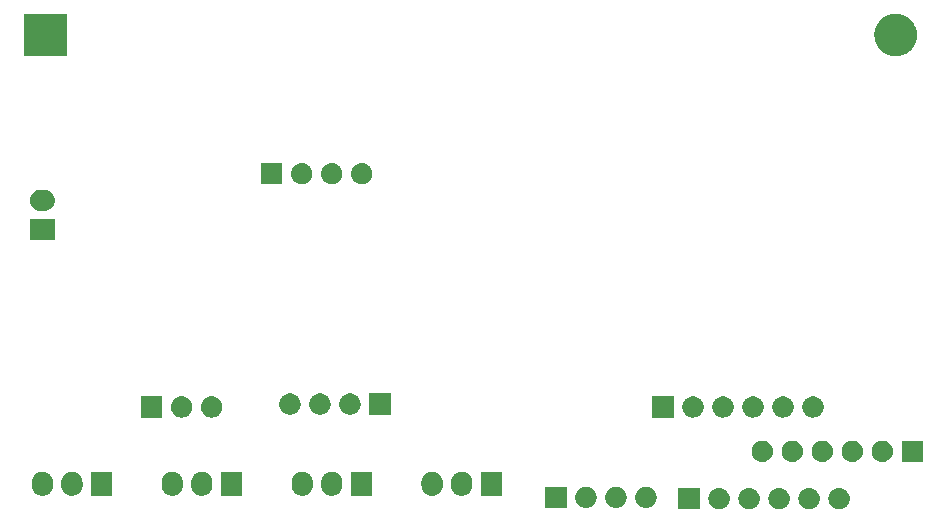
<source format=gbr>
G04 #@! TF.GenerationSoftware,KiCad,Pcbnew,6.0.0-unknown*
G04 #@! TF.CreationDate,2019-06-26T08:34:25-07:00*
G04 #@! TF.ProjectId,IOT-LORA,494f542d-4c4f-4524-912e-6b696361645f,rev?*
G04 #@! TF.SameCoordinates,Original*
G04 #@! TF.FileFunction,Soldermask,Bot*
G04 #@! TF.FilePolarity,Negative*
%FSLAX46Y46*%
G04 Gerber Fmt 4.6, Leading zero omitted, Abs format (unit mm)*
G04 Created by KiCad (PCBNEW 6.0.0-unknown) date 2019-06-26 08:34:25*
%MOMM*%
%LPD*%
G04 APERTURE LIST*
%ADD10C,0.250000*%
G04 APERTURE END LIST*
D10*
G36*
X181888360Y-123863835D02*
G01*
X181969397Y-123890166D01*
X182056663Y-123917848D01*
X182059655Y-123919493D01*
X182068488Y-123922363D01*
X182140466Y-123963919D01*
X182211499Y-124002970D01*
X182218986Y-124009253D01*
X182232511Y-124017061D01*
X182290259Y-124069057D01*
X182346857Y-124116549D01*
X182356962Y-124129118D01*
X182373261Y-124143793D01*
X182415454Y-124201867D01*
X182457579Y-124254260D01*
X182467994Y-124274182D01*
X182484586Y-124297019D01*
X182511297Y-124357012D01*
X182539439Y-124410843D01*
X182547582Y-124438510D01*
X182561621Y-124470042D01*
X182573992Y-124528241D01*
X182589328Y-124580349D01*
X182592518Y-124615401D01*
X182600999Y-124655301D01*
X182600999Y-124708592D01*
X182605343Y-124756324D01*
X182600999Y-124797653D01*
X182600999Y-124844699D01*
X182591217Y-124890721D01*
X182586873Y-124932047D01*
X182572702Y-124977827D01*
X182561621Y-125029958D01*
X182545028Y-125067226D01*
X182534622Y-125100843D01*
X182508789Y-125148620D01*
X182484586Y-125202981D01*
X182464298Y-125230905D01*
X182450580Y-125256276D01*
X182411859Y-125303082D01*
X182373261Y-125356207D01*
X182352284Y-125375095D01*
X182337952Y-125392419D01*
X182285845Y-125434917D01*
X182232511Y-125482939D01*
X182213524Y-125493901D01*
X182201025Y-125504095D01*
X182135780Y-125538786D01*
X182068488Y-125577637D01*
X182053636Y-125582463D01*
X182045003Y-125587053D01*
X181967430Y-125610473D01*
X181888360Y-125636165D01*
X181879114Y-125637137D01*
X181875851Y-125638122D01*
X181784710Y-125647059D01*
X181747211Y-125651000D01*
X181652789Y-125651000D01*
X181511640Y-125636165D01*
X181430603Y-125609834D01*
X181343337Y-125582152D01*
X181340345Y-125580507D01*
X181331512Y-125577637D01*
X181259534Y-125536081D01*
X181188501Y-125497030D01*
X181181014Y-125490747D01*
X181167489Y-125482939D01*
X181109741Y-125430943D01*
X181053143Y-125383451D01*
X181043038Y-125370882D01*
X181026739Y-125356207D01*
X180984546Y-125298133D01*
X180942421Y-125245740D01*
X180932006Y-125225818D01*
X180915414Y-125202981D01*
X180888703Y-125142988D01*
X180860561Y-125089157D01*
X180852418Y-125061490D01*
X180838379Y-125029958D01*
X180826008Y-124971759D01*
X180810672Y-124919651D01*
X180807482Y-124884599D01*
X180799001Y-124844699D01*
X180799001Y-124791408D01*
X180794657Y-124743676D01*
X180799001Y-124702347D01*
X180799001Y-124655301D01*
X180808783Y-124609279D01*
X180813127Y-124567953D01*
X180827298Y-124522173D01*
X180838379Y-124470042D01*
X180854972Y-124432774D01*
X180865378Y-124399157D01*
X180891211Y-124351380D01*
X180915414Y-124297019D01*
X180935702Y-124269095D01*
X180949420Y-124243724D01*
X180988141Y-124196918D01*
X181026739Y-124143793D01*
X181047716Y-124124905D01*
X181062048Y-124107581D01*
X181114155Y-124065083D01*
X181167489Y-124017061D01*
X181186476Y-124006099D01*
X181198975Y-123995905D01*
X181264220Y-123961214D01*
X181331512Y-123922363D01*
X181346364Y-123917537D01*
X181354997Y-123912947D01*
X181432570Y-123889527D01*
X181511640Y-123863835D01*
X181520886Y-123862863D01*
X181524149Y-123861878D01*
X181615290Y-123852941D01*
X181652789Y-123849000D01*
X181747211Y-123849000D01*
X181888360Y-123863835D01*
X181888360Y-123863835D01*
G37*
G36*
X179348360Y-123863835D02*
G01*
X179429397Y-123890166D01*
X179516663Y-123917848D01*
X179519655Y-123919493D01*
X179528488Y-123922363D01*
X179600466Y-123963919D01*
X179671499Y-124002970D01*
X179678986Y-124009253D01*
X179692511Y-124017061D01*
X179750259Y-124069057D01*
X179806857Y-124116549D01*
X179816962Y-124129118D01*
X179833261Y-124143793D01*
X179875454Y-124201867D01*
X179917579Y-124254260D01*
X179927994Y-124274182D01*
X179944586Y-124297019D01*
X179971297Y-124357012D01*
X179999439Y-124410843D01*
X180007582Y-124438510D01*
X180021621Y-124470042D01*
X180033992Y-124528241D01*
X180049328Y-124580349D01*
X180052518Y-124615401D01*
X180060999Y-124655301D01*
X180060999Y-124708592D01*
X180065343Y-124756324D01*
X180060999Y-124797653D01*
X180060999Y-124844699D01*
X180051217Y-124890721D01*
X180046873Y-124932047D01*
X180032702Y-124977827D01*
X180021621Y-125029958D01*
X180005028Y-125067226D01*
X179994622Y-125100843D01*
X179968789Y-125148620D01*
X179944586Y-125202981D01*
X179924298Y-125230905D01*
X179910580Y-125256276D01*
X179871859Y-125303082D01*
X179833261Y-125356207D01*
X179812284Y-125375095D01*
X179797952Y-125392419D01*
X179745845Y-125434917D01*
X179692511Y-125482939D01*
X179673524Y-125493901D01*
X179661025Y-125504095D01*
X179595780Y-125538786D01*
X179528488Y-125577637D01*
X179513636Y-125582463D01*
X179505003Y-125587053D01*
X179427430Y-125610473D01*
X179348360Y-125636165D01*
X179339114Y-125637137D01*
X179335851Y-125638122D01*
X179244710Y-125647059D01*
X179207211Y-125651000D01*
X179112789Y-125651000D01*
X178971640Y-125636165D01*
X178890603Y-125609834D01*
X178803337Y-125582152D01*
X178800345Y-125580507D01*
X178791512Y-125577637D01*
X178719534Y-125536081D01*
X178648501Y-125497030D01*
X178641014Y-125490747D01*
X178627489Y-125482939D01*
X178569741Y-125430943D01*
X178513143Y-125383451D01*
X178503038Y-125370882D01*
X178486739Y-125356207D01*
X178444546Y-125298133D01*
X178402421Y-125245740D01*
X178392006Y-125225818D01*
X178375414Y-125202981D01*
X178348703Y-125142988D01*
X178320561Y-125089157D01*
X178312418Y-125061490D01*
X178298379Y-125029958D01*
X178286008Y-124971759D01*
X178270672Y-124919651D01*
X178267482Y-124884599D01*
X178259001Y-124844699D01*
X178259001Y-124791408D01*
X178254657Y-124743676D01*
X178259001Y-124702347D01*
X178259001Y-124655301D01*
X178268783Y-124609279D01*
X178273127Y-124567953D01*
X178287298Y-124522173D01*
X178298379Y-124470042D01*
X178314972Y-124432774D01*
X178325378Y-124399157D01*
X178351211Y-124351380D01*
X178375414Y-124297019D01*
X178395702Y-124269095D01*
X178409420Y-124243724D01*
X178448141Y-124196918D01*
X178486739Y-124143793D01*
X178507716Y-124124905D01*
X178522048Y-124107581D01*
X178574155Y-124065083D01*
X178627489Y-124017061D01*
X178646476Y-124006099D01*
X178658975Y-123995905D01*
X178724220Y-123961214D01*
X178791512Y-123922363D01*
X178806364Y-123917537D01*
X178814997Y-123912947D01*
X178892570Y-123889527D01*
X178971640Y-123863835D01*
X178980886Y-123862863D01*
X178984149Y-123861878D01*
X179075290Y-123852941D01*
X179112789Y-123849000D01*
X179207211Y-123849000D01*
X179348360Y-123863835D01*
X179348360Y-123863835D01*
G37*
G36*
X169901000Y-125651000D02*
G01*
X168099000Y-125651000D01*
X168099000Y-123849000D01*
X169901000Y-123849000D01*
X169901000Y-125651000D01*
X169901000Y-125651000D01*
G37*
G36*
X171728360Y-123863835D02*
G01*
X171809397Y-123890166D01*
X171896663Y-123917848D01*
X171899655Y-123919493D01*
X171908488Y-123922363D01*
X171980466Y-123963919D01*
X172051499Y-124002970D01*
X172058986Y-124009253D01*
X172072511Y-124017061D01*
X172130259Y-124069057D01*
X172186857Y-124116549D01*
X172196962Y-124129118D01*
X172213261Y-124143793D01*
X172255454Y-124201867D01*
X172297579Y-124254260D01*
X172307994Y-124274182D01*
X172324586Y-124297019D01*
X172351297Y-124357012D01*
X172379439Y-124410843D01*
X172387582Y-124438510D01*
X172401621Y-124470042D01*
X172413992Y-124528241D01*
X172429328Y-124580349D01*
X172432518Y-124615401D01*
X172440999Y-124655301D01*
X172440999Y-124708592D01*
X172445343Y-124756324D01*
X172440999Y-124797653D01*
X172440999Y-124844699D01*
X172431217Y-124890721D01*
X172426873Y-124932047D01*
X172412702Y-124977827D01*
X172401621Y-125029958D01*
X172385028Y-125067226D01*
X172374622Y-125100843D01*
X172348789Y-125148620D01*
X172324586Y-125202981D01*
X172304298Y-125230905D01*
X172290580Y-125256276D01*
X172251859Y-125303082D01*
X172213261Y-125356207D01*
X172192284Y-125375095D01*
X172177952Y-125392419D01*
X172125845Y-125434917D01*
X172072511Y-125482939D01*
X172053524Y-125493901D01*
X172041025Y-125504095D01*
X171975780Y-125538786D01*
X171908488Y-125577637D01*
X171893636Y-125582463D01*
X171885003Y-125587053D01*
X171807430Y-125610473D01*
X171728360Y-125636165D01*
X171719114Y-125637137D01*
X171715851Y-125638122D01*
X171624710Y-125647059D01*
X171587211Y-125651000D01*
X171492789Y-125651000D01*
X171351640Y-125636165D01*
X171270603Y-125609834D01*
X171183337Y-125582152D01*
X171180345Y-125580507D01*
X171171512Y-125577637D01*
X171099534Y-125536081D01*
X171028501Y-125497030D01*
X171021014Y-125490747D01*
X171007489Y-125482939D01*
X170949741Y-125430943D01*
X170893143Y-125383451D01*
X170883038Y-125370882D01*
X170866739Y-125356207D01*
X170824546Y-125298133D01*
X170782421Y-125245740D01*
X170772006Y-125225818D01*
X170755414Y-125202981D01*
X170728703Y-125142988D01*
X170700561Y-125089157D01*
X170692418Y-125061490D01*
X170678379Y-125029958D01*
X170666008Y-124971759D01*
X170650672Y-124919651D01*
X170647482Y-124884599D01*
X170639001Y-124844699D01*
X170639001Y-124791408D01*
X170634657Y-124743676D01*
X170639001Y-124702347D01*
X170639001Y-124655301D01*
X170648783Y-124609279D01*
X170653127Y-124567953D01*
X170667298Y-124522173D01*
X170678379Y-124470042D01*
X170694972Y-124432774D01*
X170705378Y-124399157D01*
X170731211Y-124351380D01*
X170755414Y-124297019D01*
X170775702Y-124269095D01*
X170789420Y-124243724D01*
X170828141Y-124196918D01*
X170866739Y-124143793D01*
X170887716Y-124124905D01*
X170902048Y-124107581D01*
X170954155Y-124065083D01*
X171007489Y-124017061D01*
X171026476Y-124006099D01*
X171038975Y-123995905D01*
X171104220Y-123961214D01*
X171171512Y-123922363D01*
X171186364Y-123917537D01*
X171194997Y-123912947D01*
X171272570Y-123889527D01*
X171351640Y-123863835D01*
X171360886Y-123862863D01*
X171364149Y-123861878D01*
X171455290Y-123852941D01*
X171492789Y-123849000D01*
X171587211Y-123849000D01*
X171728360Y-123863835D01*
X171728360Y-123863835D01*
G37*
G36*
X176808360Y-123863835D02*
G01*
X176889397Y-123890166D01*
X176976663Y-123917848D01*
X176979655Y-123919493D01*
X176988488Y-123922363D01*
X177060466Y-123963919D01*
X177131499Y-124002970D01*
X177138986Y-124009253D01*
X177152511Y-124017061D01*
X177210259Y-124069057D01*
X177266857Y-124116549D01*
X177276962Y-124129118D01*
X177293261Y-124143793D01*
X177335454Y-124201867D01*
X177377579Y-124254260D01*
X177387994Y-124274182D01*
X177404586Y-124297019D01*
X177431297Y-124357012D01*
X177459439Y-124410843D01*
X177467582Y-124438510D01*
X177481621Y-124470042D01*
X177493992Y-124528241D01*
X177509328Y-124580349D01*
X177512518Y-124615401D01*
X177520999Y-124655301D01*
X177520999Y-124708592D01*
X177525343Y-124756324D01*
X177520999Y-124797653D01*
X177520999Y-124844699D01*
X177511217Y-124890721D01*
X177506873Y-124932047D01*
X177492702Y-124977827D01*
X177481621Y-125029958D01*
X177465028Y-125067226D01*
X177454622Y-125100843D01*
X177428789Y-125148620D01*
X177404586Y-125202981D01*
X177384298Y-125230905D01*
X177370580Y-125256276D01*
X177331859Y-125303082D01*
X177293261Y-125356207D01*
X177272284Y-125375095D01*
X177257952Y-125392419D01*
X177205845Y-125434917D01*
X177152511Y-125482939D01*
X177133524Y-125493901D01*
X177121025Y-125504095D01*
X177055780Y-125538786D01*
X176988488Y-125577637D01*
X176973636Y-125582463D01*
X176965003Y-125587053D01*
X176887430Y-125610473D01*
X176808360Y-125636165D01*
X176799114Y-125637137D01*
X176795851Y-125638122D01*
X176704710Y-125647059D01*
X176667211Y-125651000D01*
X176572789Y-125651000D01*
X176431640Y-125636165D01*
X176350603Y-125609834D01*
X176263337Y-125582152D01*
X176260345Y-125580507D01*
X176251512Y-125577637D01*
X176179534Y-125536081D01*
X176108501Y-125497030D01*
X176101014Y-125490747D01*
X176087489Y-125482939D01*
X176029741Y-125430943D01*
X175973143Y-125383451D01*
X175963038Y-125370882D01*
X175946739Y-125356207D01*
X175904546Y-125298133D01*
X175862421Y-125245740D01*
X175852006Y-125225818D01*
X175835414Y-125202981D01*
X175808703Y-125142988D01*
X175780561Y-125089157D01*
X175772418Y-125061490D01*
X175758379Y-125029958D01*
X175746008Y-124971759D01*
X175730672Y-124919651D01*
X175727482Y-124884599D01*
X175719001Y-124844699D01*
X175719001Y-124791408D01*
X175714657Y-124743676D01*
X175719001Y-124702347D01*
X175719001Y-124655301D01*
X175728783Y-124609279D01*
X175733127Y-124567953D01*
X175747298Y-124522173D01*
X175758379Y-124470042D01*
X175774972Y-124432774D01*
X175785378Y-124399157D01*
X175811211Y-124351380D01*
X175835414Y-124297019D01*
X175855702Y-124269095D01*
X175869420Y-124243724D01*
X175908141Y-124196918D01*
X175946739Y-124143793D01*
X175967716Y-124124905D01*
X175982048Y-124107581D01*
X176034155Y-124065083D01*
X176087489Y-124017061D01*
X176106476Y-124006099D01*
X176118975Y-123995905D01*
X176184220Y-123961214D01*
X176251512Y-123922363D01*
X176266364Y-123917537D01*
X176274997Y-123912947D01*
X176352570Y-123889527D01*
X176431640Y-123863835D01*
X176440886Y-123862863D01*
X176444149Y-123861878D01*
X176535290Y-123852941D01*
X176572789Y-123849000D01*
X176667211Y-123849000D01*
X176808360Y-123863835D01*
X176808360Y-123863835D01*
G37*
G36*
X174268360Y-123863835D02*
G01*
X174349397Y-123890166D01*
X174436663Y-123917848D01*
X174439655Y-123919493D01*
X174448488Y-123922363D01*
X174520466Y-123963919D01*
X174591499Y-124002970D01*
X174598986Y-124009253D01*
X174612511Y-124017061D01*
X174670259Y-124069057D01*
X174726857Y-124116549D01*
X174736962Y-124129118D01*
X174753261Y-124143793D01*
X174795454Y-124201867D01*
X174837579Y-124254260D01*
X174847994Y-124274182D01*
X174864586Y-124297019D01*
X174891297Y-124357012D01*
X174919439Y-124410843D01*
X174927582Y-124438510D01*
X174941621Y-124470042D01*
X174953992Y-124528241D01*
X174969328Y-124580349D01*
X174972518Y-124615401D01*
X174980999Y-124655301D01*
X174980999Y-124708592D01*
X174985343Y-124756324D01*
X174980999Y-124797653D01*
X174980999Y-124844699D01*
X174971217Y-124890721D01*
X174966873Y-124932047D01*
X174952702Y-124977827D01*
X174941621Y-125029958D01*
X174925028Y-125067226D01*
X174914622Y-125100843D01*
X174888789Y-125148620D01*
X174864586Y-125202981D01*
X174844298Y-125230905D01*
X174830580Y-125256276D01*
X174791859Y-125303082D01*
X174753261Y-125356207D01*
X174732284Y-125375095D01*
X174717952Y-125392419D01*
X174665845Y-125434917D01*
X174612511Y-125482939D01*
X174593524Y-125493901D01*
X174581025Y-125504095D01*
X174515780Y-125538786D01*
X174448488Y-125577637D01*
X174433636Y-125582463D01*
X174425003Y-125587053D01*
X174347430Y-125610473D01*
X174268360Y-125636165D01*
X174259114Y-125637137D01*
X174255851Y-125638122D01*
X174164710Y-125647059D01*
X174127211Y-125651000D01*
X174032789Y-125651000D01*
X173891640Y-125636165D01*
X173810603Y-125609834D01*
X173723337Y-125582152D01*
X173720345Y-125580507D01*
X173711512Y-125577637D01*
X173639534Y-125536081D01*
X173568501Y-125497030D01*
X173561014Y-125490747D01*
X173547489Y-125482939D01*
X173489741Y-125430943D01*
X173433143Y-125383451D01*
X173423038Y-125370882D01*
X173406739Y-125356207D01*
X173364546Y-125298133D01*
X173322421Y-125245740D01*
X173312006Y-125225818D01*
X173295414Y-125202981D01*
X173268703Y-125142988D01*
X173240561Y-125089157D01*
X173232418Y-125061490D01*
X173218379Y-125029958D01*
X173206008Y-124971759D01*
X173190672Y-124919651D01*
X173187482Y-124884599D01*
X173179001Y-124844699D01*
X173179001Y-124791408D01*
X173174657Y-124743676D01*
X173179001Y-124702347D01*
X173179001Y-124655301D01*
X173188783Y-124609279D01*
X173193127Y-124567953D01*
X173207298Y-124522173D01*
X173218379Y-124470042D01*
X173234972Y-124432774D01*
X173245378Y-124399157D01*
X173271211Y-124351380D01*
X173295414Y-124297019D01*
X173315702Y-124269095D01*
X173329420Y-124243724D01*
X173368141Y-124196918D01*
X173406739Y-124143793D01*
X173427716Y-124124905D01*
X173442048Y-124107581D01*
X173494155Y-124065083D01*
X173547489Y-124017061D01*
X173566476Y-124006099D01*
X173578975Y-123995905D01*
X173644220Y-123961214D01*
X173711512Y-123922363D01*
X173726364Y-123917537D01*
X173734997Y-123912947D01*
X173812570Y-123889527D01*
X173891640Y-123863835D01*
X173900886Y-123862863D01*
X173904149Y-123861878D01*
X173995290Y-123852941D01*
X174032789Y-123849000D01*
X174127211Y-123849000D01*
X174268360Y-123863835D01*
X174268360Y-123863835D01*
G37*
G36*
X158631000Y-125551000D02*
G01*
X156829000Y-125551000D01*
X156829000Y-123749000D01*
X158631000Y-123749000D01*
X158631000Y-125551000D01*
X158631000Y-125551000D01*
G37*
G36*
X160458360Y-123763835D02*
G01*
X160539397Y-123790166D01*
X160626663Y-123817848D01*
X160629655Y-123819493D01*
X160638488Y-123822363D01*
X160710466Y-123863919D01*
X160781499Y-123902970D01*
X160788986Y-123909253D01*
X160802511Y-123917061D01*
X160860259Y-123969057D01*
X160916857Y-124016549D01*
X160926962Y-124029118D01*
X160943261Y-124043793D01*
X160985454Y-124101867D01*
X161027579Y-124154260D01*
X161037994Y-124174182D01*
X161054586Y-124197019D01*
X161081297Y-124257012D01*
X161109439Y-124310843D01*
X161117582Y-124338510D01*
X161131621Y-124370042D01*
X161143992Y-124428241D01*
X161159328Y-124480349D01*
X161162518Y-124515401D01*
X161170999Y-124555301D01*
X161170999Y-124608592D01*
X161175343Y-124656324D01*
X161170999Y-124697653D01*
X161170999Y-124744699D01*
X161161217Y-124790721D01*
X161156873Y-124832047D01*
X161142702Y-124877827D01*
X161131621Y-124929958D01*
X161115028Y-124967226D01*
X161104622Y-125000843D01*
X161078789Y-125048620D01*
X161054586Y-125102981D01*
X161034298Y-125130905D01*
X161020580Y-125156276D01*
X160981859Y-125203082D01*
X160943261Y-125256207D01*
X160922284Y-125275095D01*
X160907952Y-125292419D01*
X160855845Y-125334917D01*
X160802511Y-125382939D01*
X160783524Y-125393901D01*
X160771025Y-125404095D01*
X160705780Y-125438786D01*
X160638488Y-125477637D01*
X160623636Y-125482463D01*
X160615003Y-125487053D01*
X160537430Y-125510473D01*
X160458360Y-125536165D01*
X160449114Y-125537137D01*
X160445851Y-125538122D01*
X160354710Y-125547059D01*
X160317211Y-125551000D01*
X160222789Y-125551000D01*
X160081640Y-125536165D01*
X160000603Y-125509834D01*
X159913337Y-125482152D01*
X159910345Y-125480507D01*
X159901512Y-125477637D01*
X159829534Y-125436081D01*
X159758501Y-125397030D01*
X159751014Y-125390747D01*
X159737489Y-125382939D01*
X159679741Y-125330943D01*
X159623143Y-125283451D01*
X159613038Y-125270882D01*
X159596739Y-125256207D01*
X159554546Y-125198133D01*
X159512421Y-125145740D01*
X159502006Y-125125818D01*
X159485414Y-125102981D01*
X159458703Y-125042988D01*
X159430561Y-124989157D01*
X159422418Y-124961490D01*
X159408379Y-124929958D01*
X159396008Y-124871759D01*
X159380672Y-124819651D01*
X159377482Y-124784599D01*
X159369001Y-124744699D01*
X159369001Y-124691408D01*
X159364657Y-124643676D01*
X159369001Y-124602347D01*
X159369001Y-124555301D01*
X159378783Y-124509279D01*
X159383127Y-124467953D01*
X159397298Y-124422173D01*
X159408379Y-124370042D01*
X159424972Y-124332774D01*
X159435378Y-124299157D01*
X159461211Y-124251380D01*
X159485414Y-124197019D01*
X159505702Y-124169095D01*
X159519420Y-124143724D01*
X159558141Y-124096918D01*
X159596739Y-124043793D01*
X159617716Y-124024905D01*
X159632048Y-124007581D01*
X159684155Y-123965083D01*
X159737489Y-123917061D01*
X159756476Y-123906099D01*
X159768975Y-123895905D01*
X159834220Y-123861214D01*
X159901512Y-123822363D01*
X159916364Y-123817537D01*
X159924997Y-123812947D01*
X160002570Y-123789527D01*
X160081640Y-123763835D01*
X160090886Y-123762863D01*
X160094149Y-123761878D01*
X160185290Y-123752941D01*
X160222789Y-123749000D01*
X160317211Y-123749000D01*
X160458360Y-123763835D01*
X160458360Y-123763835D01*
G37*
G36*
X162998360Y-123763835D02*
G01*
X163079397Y-123790166D01*
X163166663Y-123817848D01*
X163169655Y-123819493D01*
X163178488Y-123822363D01*
X163250466Y-123863919D01*
X163321499Y-123902970D01*
X163328986Y-123909253D01*
X163342511Y-123917061D01*
X163400259Y-123969057D01*
X163456857Y-124016549D01*
X163466962Y-124029118D01*
X163483261Y-124043793D01*
X163525454Y-124101867D01*
X163567579Y-124154260D01*
X163577994Y-124174182D01*
X163594586Y-124197019D01*
X163621297Y-124257012D01*
X163649439Y-124310843D01*
X163657582Y-124338510D01*
X163671621Y-124370042D01*
X163683992Y-124428241D01*
X163699328Y-124480349D01*
X163702518Y-124515401D01*
X163710999Y-124555301D01*
X163710999Y-124608592D01*
X163715343Y-124656324D01*
X163710999Y-124697653D01*
X163710999Y-124744699D01*
X163701217Y-124790721D01*
X163696873Y-124832047D01*
X163682702Y-124877827D01*
X163671621Y-124929958D01*
X163655028Y-124967226D01*
X163644622Y-125000843D01*
X163618789Y-125048620D01*
X163594586Y-125102981D01*
X163574298Y-125130905D01*
X163560580Y-125156276D01*
X163521859Y-125203082D01*
X163483261Y-125256207D01*
X163462284Y-125275095D01*
X163447952Y-125292419D01*
X163395845Y-125334917D01*
X163342511Y-125382939D01*
X163323524Y-125393901D01*
X163311025Y-125404095D01*
X163245780Y-125438786D01*
X163178488Y-125477637D01*
X163163636Y-125482463D01*
X163155003Y-125487053D01*
X163077430Y-125510473D01*
X162998360Y-125536165D01*
X162989114Y-125537137D01*
X162985851Y-125538122D01*
X162894710Y-125547059D01*
X162857211Y-125551000D01*
X162762789Y-125551000D01*
X162621640Y-125536165D01*
X162540603Y-125509834D01*
X162453337Y-125482152D01*
X162450345Y-125480507D01*
X162441512Y-125477637D01*
X162369534Y-125436081D01*
X162298501Y-125397030D01*
X162291014Y-125390747D01*
X162277489Y-125382939D01*
X162219741Y-125330943D01*
X162163143Y-125283451D01*
X162153038Y-125270882D01*
X162136739Y-125256207D01*
X162094546Y-125198133D01*
X162052421Y-125145740D01*
X162042006Y-125125818D01*
X162025414Y-125102981D01*
X161998703Y-125042988D01*
X161970561Y-124989157D01*
X161962418Y-124961490D01*
X161948379Y-124929958D01*
X161936008Y-124871759D01*
X161920672Y-124819651D01*
X161917482Y-124784599D01*
X161909001Y-124744699D01*
X161909001Y-124691408D01*
X161904657Y-124643676D01*
X161909001Y-124602347D01*
X161909001Y-124555301D01*
X161918783Y-124509279D01*
X161923127Y-124467953D01*
X161937298Y-124422173D01*
X161948379Y-124370042D01*
X161964972Y-124332774D01*
X161975378Y-124299157D01*
X162001211Y-124251380D01*
X162025414Y-124197019D01*
X162045702Y-124169095D01*
X162059420Y-124143724D01*
X162098141Y-124096918D01*
X162136739Y-124043793D01*
X162157716Y-124024905D01*
X162172048Y-124007581D01*
X162224155Y-123965083D01*
X162277489Y-123917061D01*
X162296476Y-123906099D01*
X162308975Y-123895905D01*
X162374220Y-123861214D01*
X162441512Y-123822363D01*
X162456364Y-123817537D01*
X162464997Y-123812947D01*
X162542570Y-123789527D01*
X162621640Y-123763835D01*
X162630886Y-123762863D01*
X162634149Y-123761878D01*
X162725290Y-123752941D01*
X162762789Y-123749000D01*
X162857211Y-123749000D01*
X162998360Y-123763835D01*
X162998360Y-123763835D01*
G37*
G36*
X165538360Y-123763835D02*
G01*
X165619397Y-123790166D01*
X165706663Y-123817848D01*
X165709655Y-123819493D01*
X165718488Y-123822363D01*
X165790466Y-123863919D01*
X165861499Y-123902970D01*
X165868986Y-123909253D01*
X165882511Y-123917061D01*
X165940259Y-123969057D01*
X165996857Y-124016549D01*
X166006962Y-124029118D01*
X166023261Y-124043793D01*
X166065454Y-124101867D01*
X166107579Y-124154260D01*
X166117994Y-124174182D01*
X166134586Y-124197019D01*
X166161297Y-124257012D01*
X166189439Y-124310843D01*
X166197582Y-124338510D01*
X166211621Y-124370042D01*
X166223992Y-124428241D01*
X166239328Y-124480349D01*
X166242518Y-124515401D01*
X166250999Y-124555301D01*
X166250999Y-124608592D01*
X166255343Y-124656324D01*
X166250999Y-124697653D01*
X166250999Y-124744699D01*
X166241217Y-124790721D01*
X166236873Y-124832047D01*
X166222702Y-124877827D01*
X166211621Y-124929958D01*
X166195028Y-124967226D01*
X166184622Y-125000843D01*
X166158789Y-125048620D01*
X166134586Y-125102981D01*
X166114298Y-125130905D01*
X166100580Y-125156276D01*
X166061859Y-125203082D01*
X166023261Y-125256207D01*
X166002284Y-125275095D01*
X165987952Y-125292419D01*
X165935845Y-125334917D01*
X165882511Y-125382939D01*
X165863524Y-125393901D01*
X165851025Y-125404095D01*
X165785780Y-125438786D01*
X165718488Y-125477637D01*
X165703636Y-125482463D01*
X165695003Y-125487053D01*
X165617430Y-125510473D01*
X165538360Y-125536165D01*
X165529114Y-125537137D01*
X165525851Y-125538122D01*
X165434710Y-125547059D01*
X165397211Y-125551000D01*
X165302789Y-125551000D01*
X165161640Y-125536165D01*
X165080603Y-125509834D01*
X164993337Y-125482152D01*
X164990345Y-125480507D01*
X164981512Y-125477637D01*
X164909534Y-125436081D01*
X164838501Y-125397030D01*
X164831014Y-125390747D01*
X164817489Y-125382939D01*
X164759741Y-125330943D01*
X164703143Y-125283451D01*
X164693038Y-125270882D01*
X164676739Y-125256207D01*
X164634546Y-125198133D01*
X164592421Y-125145740D01*
X164582006Y-125125818D01*
X164565414Y-125102981D01*
X164538703Y-125042988D01*
X164510561Y-124989157D01*
X164502418Y-124961490D01*
X164488379Y-124929958D01*
X164476008Y-124871759D01*
X164460672Y-124819651D01*
X164457482Y-124784599D01*
X164449001Y-124744699D01*
X164449001Y-124691408D01*
X164444657Y-124643676D01*
X164449001Y-124602347D01*
X164449001Y-124555301D01*
X164458783Y-124509279D01*
X164463127Y-124467953D01*
X164477298Y-124422173D01*
X164488379Y-124370042D01*
X164504972Y-124332774D01*
X164515378Y-124299157D01*
X164541211Y-124251380D01*
X164565414Y-124197019D01*
X164585702Y-124169095D01*
X164599420Y-124143724D01*
X164638141Y-124096918D01*
X164676739Y-124043793D01*
X164697716Y-124024905D01*
X164712048Y-124007581D01*
X164764155Y-123965083D01*
X164817489Y-123917061D01*
X164836476Y-123906099D01*
X164848975Y-123895905D01*
X164914220Y-123861214D01*
X164981512Y-123822363D01*
X164996364Y-123817537D01*
X165004997Y-123812947D01*
X165082570Y-123789527D01*
X165161640Y-123763835D01*
X165170886Y-123762863D01*
X165174149Y-123761878D01*
X165265290Y-123752941D01*
X165302789Y-123749000D01*
X165397211Y-123749000D01*
X165538360Y-123763835D01*
X165538360Y-123763835D01*
G37*
G36*
X136297645Y-122474001D02*
G01*
X136344699Y-122474001D01*
X136390723Y-122483784D01*
X136432047Y-122488127D01*
X136477827Y-122502298D01*
X136529958Y-122513379D01*
X136567226Y-122529972D01*
X136600843Y-122540378D01*
X136648620Y-122566211D01*
X136702981Y-122590414D01*
X136730905Y-122610702D01*
X136756276Y-122624420D01*
X136803082Y-122663141D01*
X136856207Y-122701739D01*
X136875095Y-122722716D01*
X136892419Y-122737048D01*
X136934915Y-122789153D01*
X136982939Y-122842489D01*
X136993903Y-122861479D01*
X137004096Y-122873977D01*
X137038786Y-122939219D01*
X137077637Y-123006512D01*
X137082463Y-123021364D01*
X137087052Y-123029995D01*
X137110471Y-123107562D01*
X137136165Y-123186641D01*
X137137137Y-123195887D01*
X137138122Y-123199150D01*
X137147059Y-123290291D01*
X137151000Y-123327790D01*
X137151000Y-123672211D01*
X137136165Y-123813360D01*
X137109834Y-123894397D01*
X137082152Y-123981663D01*
X137080507Y-123984655D01*
X137077637Y-123993488D01*
X137036081Y-124065466D01*
X136997030Y-124136499D01*
X136990747Y-124143986D01*
X136982939Y-124157511D01*
X136930943Y-124215259D01*
X136883451Y-124271857D01*
X136870882Y-124281962D01*
X136856207Y-124298261D01*
X136798133Y-124340454D01*
X136745742Y-124382577D01*
X136725819Y-124392992D01*
X136702980Y-124409586D01*
X136642985Y-124436298D01*
X136589154Y-124464440D01*
X136561487Y-124472583D01*
X136529957Y-124486621D01*
X136471760Y-124498991D01*
X136419650Y-124514328D01*
X136384600Y-124517518D01*
X136344698Y-124525999D01*
X136291400Y-124525999D01*
X136243676Y-124530342D01*
X136202355Y-124525999D01*
X136155301Y-124525999D01*
X136109277Y-124516216D01*
X136067953Y-124511873D01*
X136022173Y-124497702D01*
X135970042Y-124486621D01*
X135932774Y-124470028D01*
X135899157Y-124459622D01*
X135851380Y-124433789D01*
X135797019Y-124409586D01*
X135769095Y-124389298D01*
X135743724Y-124375580D01*
X135696918Y-124336859D01*
X135643793Y-124298261D01*
X135624905Y-124277284D01*
X135607581Y-124262952D01*
X135565085Y-124210847D01*
X135517061Y-124157511D01*
X135506098Y-124138521D01*
X135495904Y-124126023D01*
X135461210Y-124060773D01*
X135422363Y-123993487D01*
X135417538Y-123978638D01*
X135412948Y-123970005D01*
X135389528Y-123892432D01*
X135363835Y-123813359D01*
X135362863Y-123804113D01*
X135361878Y-123800850D01*
X135352941Y-123709709D01*
X135349000Y-123672210D01*
X135349000Y-123327789D01*
X135363835Y-123186640D01*
X135390166Y-123105603D01*
X135417848Y-123018337D01*
X135419493Y-123015345D01*
X135422363Y-123006512D01*
X135463925Y-122934524D01*
X135502970Y-122863502D01*
X135509251Y-122856017D01*
X135517061Y-122842489D01*
X135569071Y-122784726D01*
X135616550Y-122728143D01*
X135629115Y-122718040D01*
X135643793Y-122701739D01*
X135701874Y-122659541D01*
X135754261Y-122617421D01*
X135774183Y-122607006D01*
X135797020Y-122590414D01*
X135857013Y-122563703D01*
X135910844Y-122535561D01*
X135938511Y-122527418D01*
X135970043Y-122513379D01*
X136028242Y-122501008D01*
X136080350Y-122485672D01*
X136115400Y-122482482D01*
X136155302Y-122474001D01*
X136208600Y-122474001D01*
X136256324Y-122469658D01*
X136297645Y-122474001D01*
X136297645Y-122474001D01*
G37*
G36*
X147297645Y-122474001D02*
G01*
X147344699Y-122474001D01*
X147390723Y-122483784D01*
X147432047Y-122488127D01*
X147477827Y-122502298D01*
X147529958Y-122513379D01*
X147567226Y-122529972D01*
X147600843Y-122540378D01*
X147648620Y-122566211D01*
X147702981Y-122590414D01*
X147730905Y-122610702D01*
X147756276Y-122624420D01*
X147803082Y-122663141D01*
X147856207Y-122701739D01*
X147875095Y-122722716D01*
X147892419Y-122737048D01*
X147934915Y-122789153D01*
X147982939Y-122842489D01*
X147993903Y-122861479D01*
X148004096Y-122873977D01*
X148038786Y-122939219D01*
X148077637Y-123006512D01*
X148082463Y-123021364D01*
X148087052Y-123029995D01*
X148110471Y-123107562D01*
X148136165Y-123186641D01*
X148137137Y-123195887D01*
X148138122Y-123199150D01*
X148147059Y-123290291D01*
X148151000Y-123327790D01*
X148151000Y-123672211D01*
X148136165Y-123813360D01*
X148109834Y-123894397D01*
X148082152Y-123981663D01*
X148080507Y-123984655D01*
X148077637Y-123993488D01*
X148036081Y-124065466D01*
X147997030Y-124136499D01*
X147990747Y-124143986D01*
X147982939Y-124157511D01*
X147930943Y-124215259D01*
X147883451Y-124271857D01*
X147870882Y-124281962D01*
X147856207Y-124298261D01*
X147798133Y-124340454D01*
X147745742Y-124382577D01*
X147725819Y-124392992D01*
X147702980Y-124409586D01*
X147642985Y-124436298D01*
X147589154Y-124464440D01*
X147561487Y-124472583D01*
X147529957Y-124486621D01*
X147471760Y-124498991D01*
X147419650Y-124514328D01*
X147384600Y-124517518D01*
X147344698Y-124525999D01*
X147291400Y-124525999D01*
X147243676Y-124530342D01*
X147202355Y-124525999D01*
X147155301Y-124525999D01*
X147109277Y-124516216D01*
X147067953Y-124511873D01*
X147022173Y-124497702D01*
X146970042Y-124486621D01*
X146932774Y-124470028D01*
X146899157Y-124459622D01*
X146851380Y-124433789D01*
X146797019Y-124409586D01*
X146769095Y-124389298D01*
X146743724Y-124375580D01*
X146696918Y-124336859D01*
X146643793Y-124298261D01*
X146624905Y-124277284D01*
X146607581Y-124262952D01*
X146565085Y-124210847D01*
X146517061Y-124157511D01*
X146506098Y-124138521D01*
X146495904Y-124126023D01*
X146461210Y-124060773D01*
X146422363Y-123993487D01*
X146417538Y-123978638D01*
X146412948Y-123970005D01*
X146389528Y-123892432D01*
X146363835Y-123813359D01*
X146362863Y-123804113D01*
X146361878Y-123800850D01*
X146352941Y-123709709D01*
X146349000Y-123672210D01*
X146349000Y-123327789D01*
X146363835Y-123186640D01*
X146390166Y-123105603D01*
X146417848Y-123018337D01*
X146419493Y-123015345D01*
X146422363Y-123006512D01*
X146463925Y-122934524D01*
X146502970Y-122863502D01*
X146509251Y-122856017D01*
X146517061Y-122842489D01*
X146569071Y-122784726D01*
X146616550Y-122728143D01*
X146629115Y-122718040D01*
X146643793Y-122701739D01*
X146701874Y-122659541D01*
X146754261Y-122617421D01*
X146774183Y-122607006D01*
X146797020Y-122590414D01*
X146857013Y-122563703D01*
X146910844Y-122535561D01*
X146938511Y-122527418D01*
X146970043Y-122513379D01*
X147028242Y-122501008D01*
X147080350Y-122485672D01*
X147115400Y-122482482D01*
X147155302Y-122474001D01*
X147208600Y-122474001D01*
X147256324Y-122469658D01*
X147297645Y-122474001D01*
X147297645Y-122474001D01*
G37*
G36*
X149797645Y-122474001D02*
G01*
X149844699Y-122474001D01*
X149890723Y-122483784D01*
X149932047Y-122488127D01*
X149977827Y-122502298D01*
X150029958Y-122513379D01*
X150067226Y-122529972D01*
X150100843Y-122540378D01*
X150148620Y-122566211D01*
X150202981Y-122590414D01*
X150230905Y-122610702D01*
X150256276Y-122624420D01*
X150303082Y-122663141D01*
X150356207Y-122701739D01*
X150375095Y-122722716D01*
X150392419Y-122737048D01*
X150434915Y-122789153D01*
X150482939Y-122842489D01*
X150493903Y-122861479D01*
X150504096Y-122873977D01*
X150538786Y-122939219D01*
X150577637Y-123006512D01*
X150582463Y-123021364D01*
X150587052Y-123029995D01*
X150610471Y-123107562D01*
X150636165Y-123186641D01*
X150637137Y-123195887D01*
X150638122Y-123199150D01*
X150647059Y-123290291D01*
X150651000Y-123327790D01*
X150651000Y-123672211D01*
X150636165Y-123813360D01*
X150609834Y-123894397D01*
X150582152Y-123981663D01*
X150580507Y-123984655D01*
X150577637Y-123993488D01*
X150536081Y-124065466D01*
X150497030Y-124136499D01*
X150490747Y-124143986D01*
X150482939Y-124157511D01*
X150430943Y-124215259D01*
X150383451Y-124271857D01*
X150370882Y-124281962D01*
X150356207Y-124298261D01*
X150298133Y-124340454D01*
X150245742Y-124382577D01*
X150225819Y-124392992D01*
X150202980Y-124409586D01*
X150142985Y-124436298D01*
X150089154Y-124464440D01*
X150061487Y-124472583D01*
X150029957Y-124486621D01*
X149971760Y-124498991D01*
X149919650Y-124514328D01*
X149884600Y-124517518D01*
X149844698Y-124525999D01*
X149791400Y-124525999D01*
X149743676Y-124530342D01*
X149702355Y-124525999D01*
X149655301Y-124525999D01*
X149609277Y-124516216D01*
X149567953Y-124511873D01*
X149522173Y-124497702D01*
X149470042Y-124486621D01*
X149432774Y-124470028D01*
X149399157Y-124459622D01*
X149351380Y-124433789D01*
X149297019Y-124409586D01*
X149269095Y-124389298D01*
X149243724Y-124375580D01*
X149196918Y-124336859D01*
X149143793Y-124298261D01*
X149124905Y-124277284D01*
X149107581Y-124262952D01*
X149065085Y-124210847D01*
X149017061Y-124157511D01*
X149006098Y-124138521D01*
X148995904Y-124126023D01*
X148961210Y-124060773D01*
X148922363Y-123993487D01*
X148917538Y-123978638D01*
X148912948Y-123970005D01*
X148889528Y-123892432D01*
X148863835Y-123813359D01*
X148862863Y-123804113D01*
X148861878Y-123800850D01*
X148852941Y-123709709D01*
X148849000Y-123672210D01*
X148849000Y-123327789D01*
X148863835Y-123186640D01*
X148890166Y-123105603D01*
X148917848Y-123018337D01*
X148919493Y-123015345D01*
X148922363Y-123006512D01*
X148963925Y-122934524D01*
X149002970Y-122863502D01*
X149009251Y-122856017D01*
X149017061Y-122842489D01*
X149069071Y-122784726D01*
X149116550Y-122728143D01*
X149129115Y-122718040D01*
X149143793Y-122701739D01*
X149201874Y-122659541D01*
X149254261Y-122617421D01*
X149274183Y-122607006D01*
X149297020Y-122590414D01*
X149357013Y-122563703D01*
X149410844Y-122535561D01*
X149438511Y-122527418D01*
X149470043Y-122513379D01*
X149528242Y-122501008D01*
X149580350Y-122485672D01*
X149615400Y-122482482D01*
X149655302Y-122474001D01*
X149708600Y-122474001D01*
X149756324Y-122469658D01*
X149797645Y-122474001D01*
X149797645Y-122474001D01*
G37*
G36*
X138797645Y-122474001D02*
G01*
X138844699Y-122474001D01*
X138890723Y-122483784D01*
X138932047Y-122488127D01*
X138977827Y-122502298D01*
X139029958Y-122513379D01*
X139067226Y-122529972D01*
X139100843Y-122540378D01*
X139148620Y-122566211D01*
X139202981Y-122590414D01*
X139230905Y-122610702D01*
X139256276Y-122624420D01*
X139303082Y-122663141D01*
X139356207Y-122701739D01*
X139375095Y-122722716D01*
X139392419Y-122737048D01*
X139434915Y-122789153D01*
X139482939Y-122842489D01*
X139493903Y-122861479D01*
X139504096Y-122873977D01*
X139538786Y-122939219D01*
X139577637Y-123006512D01*
X139582463Y-123021364D01*
X139587052Y-123029995D01*
X139610471Y-123107562D01*
X139636165Y-123186641D01*
X139637137Y-123195887D01*
X139638122Y-123199150D01*
X139647059Y-123290291D01*
X139651000Y-123327790D01*
X139651000Y-123672211D01*
X139636165Y-123813360D01*
X139609834Y-123894397D01*
X139582152Y-123981663D01*
X139580507Y-123984655D01*
X139577637Y-123993488D01*
X139536081Y-124065466D01*
X139497030Y-124136499D01*
X139490747Y-124143986D01*
X139482939Y-124157511D01*
X139430943Y-124215259D01*
X139383451Y-124271857D01*
X139370882Y-124281962D01*
X139356207Y-124298261D01*
X139298133Y-124340454D01*
X139245742Y-124382577D01*
X139225819Y-124392992D01*
X139202980Y-124409586D01*
X139142985Y-124436298D01*
X139089154Y-124464440D01*
X139061487Y-124472583D01*
X139029957Y-124486621D01*
X138971760Y-124498991D01*
X138919650Y-124514328D01*
X138884600Y-124517518D01*
X138844698Y-124525999D01*
X138791400Y-124525999D01*
X138743676Y-124530342D01*
X138702355Y-124525999D01*
X138655301Y-124525999D01*
X138609277Y-124516216D01*
X138567953Y-124511873D01*
X138522173Y-124497702D01*
X138470042Y-124486621D01*
X138432774Y-124470028D01*
X138399157Y-124459622D01*
X138351380Y-124433789D01*
X138297019Y-124409586D01*
X138269095Y-124389298D01*
X138243724Y-124375580D01*
X138196918Y-124336859D01*
X138143793Y-124298261D01*
X138124905Y-124277284D01*
X138107581Y-124262952D01*
X138065085Y-124210847D01*
X138017061Y-124157511D01*
X138006098Y-124138521D01*
X137995904Y-124126023D01*
X137961210Y-124060773D01*
X137922363Y-123993487D01*
X137917538Y-123978638D01*
X137912948Y-123970005D01*
X137889528Y-123892432D01*
X137863835Y-123813359D01*
X137862863Y-123804113D01*
X137861878Y-123800850D01*
X137852941Y-123709709D01*
X137849000Y-123672210D01*
X137849000Y-123327789D01*
X137863835Y-123186640D01*
X137890166Y-123105603D01*
X137917848Y-123018337D01*
X137919493Y-123015345D01*
X137922363Y-123006512D01*
X137963925Y-122934524D01*
X138002970Y-122863502D01*
X138009251Y-122856017D01*
X138017061Y-122842489D01*
X138069071Y-122784726D01*
X138116550Y-122728143D01*
X138129115Y-122718040D01*
X138143793Y-122701739D01*
X138201874Y-122659541D01*
X138254261Y-122617421D01*
X138274183Y-122607006D01*
X138297020Y-122590414D01*
X138357013Y-122563703D01*
X138410844Y-122535561D01*
X138438511Y-122527418D01*
X138470043Y-122513379D01*
X138528242Y-122501008D01*
X138580350Y-122485672D01*
X138615400Y-122482482D01*
X138655302Y-122474001D01*
X138708600Y-122474001D01*
X138756324Y-122469658D01*
X138797645Y-122474001D01*
X138797645Y-122474001D01*
G37*
G36*
X127797645Y-122474001D02*
G01*
X127844699Y-122474001D01*
X127890723Y-122483784D01*
X127932047Y-122488127D01*
X127977827Y-122502298D01*
X128029958Y-122513379D01*
X128067226Y-122529972D01*
X128100843Y-122540378D01*
X128148620Y-122566211D01*
X128202981Y-122590414D01*
X128230905Y-122610702D01*
X128256276Y-122624420D01*
X128303082Y-122663141D01*
X128356207Y-122701739D01*
X128375095Y-122722716D01*
X128392419Y-122737048D01*
X128434915Y-122789153D01*
X128482939Y-122842489D01*
X128493903Y-122861479D01*
X128504096Y-122873977D01*
X128538786Y-122939219D01*
X128577637Y-123006512D01*
X128582463Y-123021364D01*
X128587052Y-123029995D01*
X128610471Y-123107562D01*
X128636165Y-123186641D01*
X128637137Y-123195887D01*
X128638122Y-123199150D01*
X128647059Y-123290291D01*
X128651000Y-123327790D01*
X128651000Y-123672211D01*
X128636165Y-123813360D01*
X128609834Y-123894397D01*
X128582152Y-123981663D01*
X128580507Y-123984655D01*
X128577637Y-123993488D01*
X128536081Y-124065466D01*
X128497030Y-124136499D01*
X128490747Y-124143986D01*
X128482939Y-124157511D01*
X128430943Y-124215259D01*
X128383451Y-124271857D01*
X128370882Y-124281962D01*
X128356207Y-124298261D01*
X128298133Y-124340454D01*
X128245742Y-124382577D01*
X128225819Y-124392992D01*
X128202980Y-124409586D01*
X128142985Y-124436298D01*
X128089154Y-124464440D01*
X128061487Y-124472583D01*
X128029957Y-124486621D01*
X127971760Y-124498991D01*
X127919650Y-124514328D01*
X127884600Y-124517518D01*
X127844698Y-124525999D01*
X127791400Y-124525999D01*
X127743676Y-124530342D01*
X127702355Y-124525999D01*
X127655301Y-124525999D01*
X127609277Y-124516216D01*
X127567953Y-124511873D01*
X127522173Y-124497702D01*
X127470042Y-124486621D01*
X127432774Y-124470028D01*
X127399157Y-124459622D01*
X127351380Y-124433789D01*
X127297019Y-124409586D01*
X127269095Y-124389298D01*
X127243724Y-124375580D01*
X127196918Y-124336859D01*
X127143793Y-124298261D01*
X127124905Y-124277284D01*
X127107581Y-124262952D01*
X127065085Y-124210847D01*
X127017061Y-124157511D01*
X127006098Y-124138521D01*
X126995904Y-124126023D01*
X126961210Y-124060773D01*
X126922363Y-123993487D01*
X126917538Y-123978638D01*
X126912948Y-123970005D01*
X126889528Y-123892432D01*
X126863835Y-123813359D01*
X126862863Y-123804113D01*
X126861878Y-123800850D01*
X126852941Y-123709709D01*
X126849000Y-123672210D01*
X126849000Y-123327789D01*
X126863835Y-123186640D01*
X126890166Y-123105603D01*
X126917848Y-123018337D01*
X126919493Y-123015345D01*
X126922363Y-123006512D01*
X126963925Y-122934524D01*
X127002970Y-122863502D01*
X127009251Y-122856017D01*
X127017061Y-122842489D01*
X127069071Y-122784726D01*
X127116550Y-122728143D01*
X127129115Y-122718040D01*
X127143793Y-122701739D01*
X127201874Y-122659541D01*
X127254261Y-122617421D01*
X127274183Y-122607006D01*
X127297020Y-122590414D01*
X127357013Y-122563703D01*
X127410844Y-122535561D01*
X127438511Y-122527418D01*
X127470043Y-122513379D01*
X127528242Y-122501008D01*
X127580350Y-122485672D01*
X127615400Y-122482482D01*
X127655302Y-122474001D01*
X127708600Y-122474001D01*
X127756324Y-122469658D01*
X127797645Y-122474001D01*
X127797645Y-122474001D01*
G37*
G36*
X125297645Y-122474001D02*
G01*
X125344699Y-122474001D01*
X125390723Y-122483784D01*
X125432047Y-122488127D01*
X125477827Y-122502298D01*
X125529958Y-122513379D01*
X125567226Y-122529972D01*
X125600843Y-122540378D01*
X125648620Y-122566211D01*
X125702981Y-122590414D01*
X125730905Y-122610702D01*
X125756276Y-122624420D01*
X125803082Y-122663141D01*
X125856207Y-122701739D01*
X125875095Y-122722716D01*
X125892419Y-122737048D01*
X125934915Y-122789153D01*
X125982939Y-122842489D01*
X125993903Y-122861479D01*
X126004096Y-122873977D01*
X126038786Y-122939219D01*
X126077637Y-123006512D01*
X126082463Y-123021364D01*
X126087052Y-123029995D01*
X126110471Y-123107562D01*
X126136165Y-123186641D01*
X126137137Y-123195887D01*
X126138122Y-123199150D01*
X126147059Y-123290291D01*
X126151000Y-123327790D01*
X126151000Y-123672211D01*
X126136165Y-123813360D01*
X126109834Y-123894397D01*
X126082152Y-123981663D01*
X126080507Y-123984655D01*
X126077637Y-123993488D01*
X126036081Y-124065466D01*
X125997030Y-124136499D01*
X125990747Y-124143986D01*
X125982939Y-124157511D01*
X125930943Y-124215259D01*
X125883451Y-124271857D01*
X125870882Y-124281962D01*
X125856207Y-124298261D01*
X125798133Y-124340454D01*
X125745742Y-124382577D01*
X125725819Y-124392992D01*
X125702980Y-124409586D01*
X125642985Y-124436298D01*
X125589154Y-124464440D01*
X125561487Y-124472583D01*
X125529957Y-124486621D01*
X125471760Y-124498991D01*
X125419650Y-124514328D01*
X125384600Y-124517518D01*
X125344698Y-124525999D01*
X125291400Y-124525999D01*
X125243676Y-124530342D01*
X125202355Y-124525999D01*
X125155301Y-124525999D01*
X125109277Y-124516216D01*
X125067953Y-124511873D01*
X125022173Y-124497702D01*
X124970042Y-124486621D01*
X124932774Y-124470028D01*
X124899157Y-124459622D01*
X124851380Y-124433789D01*
X124797019Y-124409586D01*
X124769095Y-124389298D01*
X124743724Y-124375580D01*
X124696918Y-124336859D01*
X124643793Y-124298261D01*
X124624905Y-124277284D01*
X124607581Y-124262952D01*
X124565085Y-124210847D01*
X124517061Y-124157511D01*
X124506098Y-124138521D01*
X124495904Y-124126023D01*
X124461210Y-124060773D01*
X124422363Y-123993487D01*
X124417538Y-123978638D01*
X124412948Y-123970005D01*
X124389528Y-123892432D01*
X124363835Y-123813359D01*
X124362863Y-123804113D01*
X124361878Y-123800850D01*
X124352941Y-123709709D01*
X124349000Y-123672210D01*
X124349000Y-123327789D01*
X124363835Y-123186640D01*
X124390166Y-123105603D01*
X124417848Y-123018337D01*
X124419493Y-123015345D01*
X124422363Y-123006512D01*
X124463925Y-122934524D01*
X124502970Y-122863502D01*
X124509251Y-122856017D01*
X124517061Y-122842489D01*
X124569071Y-122784726D01*
X124616550Y-122728143D01*
X124629115Y-122718040D01*
X124643793Y-122701739D01*
X124701874Y-122659541D01*
X124754261Y-122617421D01*
X124774183Y-122607006D01*
X124797020Y-122590414D01*
X124857013Y-122563703D01*
X124910844Y-122535561D01*
X124938511Y-122527418D01*
X124970043Y-122513379D01*
X125028242Y-122501008D01*
X125080350Y-122485672D01*
X125115400Y-122482482D01*
X125155302Y-122474001D01*
X125208600Y-122474001D01*
X125256324Y-122469658D01*
X125297645Y-122474001D01*
X125297645Y-122474001D01*
G37*
G36*
X116797645Y-122474001D02*
G01*
X116844699Y-122474001D01*
X116890723Y-122483784D01*
X116932047Y-122488127D01*
X116977827Y-122502298D01*
X117029958Y-122513379D01*
X117067226Y-122529972D01*
X117100843Y-122540378D01*
X117148620Y-122566211D01*
X117202981Y-122590414D01*
X117230905Y-122610702D01*
X117256276Y-122624420D01*
X117303082Y-122663141D01*
X117356207Y-122701739D01*
X117375095Y-122722716D01*
X117392419Y-122737048D01*
X117434915Y-122789153D01*
X117482939Y-122842489D01*
X117493903Y-122861479D01*
X117504096Y-122873977D01*
X117538786Y-122939219D01*
X117577637Y-123006512D01*
X117582463Y-123021364D01*
X117587052Y-123029995D01*
X117610471Y-123107562D01*
X117636165Y-123186641D01*
X117637137Y-123195887D01*
X117638122Y-123199150D01*
X117647059Y-123290291D01*
X117651000Y-123327790D01*
X117651000Y-123672211D01*
X117636165Y-123813360D01*
X117609834Y-123894397D01*
X117582152Y-123981663D01*
X117580507Y-123984655D01*
X117577637Y-123993488D01*
X117536081Y-124065466D01*
X117497030Y-124136499D01*
X117490747Y-124143986D01*
X117482939Y-124157511D01*
X117430943Y-124215259D01*
X117383451Y-124271857D01*
X117370882Y-124281962D01*
X117356207Y-124298261D01*
X117298133Y-124340454D01*
X117245742Y-124382577D01*
X117225819Y-124392992D01*
X117202980Y-124409586D01*
X117142985Y-124436298D01*
X117089154Y-124464440D01*
X117061487Y-124472583D01*
X117029957Y-124486621D01*
X116971760Y-124498991D01*
X116919650Y-124514328D01*
X116884600Y-124517518D01*
X116844698Y-124525999D01*
X116791400Y-124525999D01*
X116743676Y-124530342D01*
X116702355Y-124525999D01*
X116655301Y-124525999D01*
X116609277Y-124516216D01*
X116567953Y-124511873D01*
X116522173Y-124497702D01*
X116470042Y-124486621D01*
X116432774Y-124470028D01*
X116399157Y-124459622D01*
X116351380Y-124433789D01*
X116297019Y-124409586D01*
X116269095Y-124389298D01*
X116243724Y-124375580D01*
X116196918Y-124336859D01*
X116143793Y-124298261D01*
X116124905Y-124277284D01*
X116107581Y-124262952D01*
X116065085Y-124210847D01*
X116017061Y-124157511D01*
X116006098Y-124138521D01*
X115995904Y-124126023D01*
X115961210Y-124060773D01*
X115922363Y-123993487D01*
X115917538Y-123978638D01*
X115912948Y-123970005D01*
X115889528Y-123892432D01*
X115863835Y-123813359D01*
X115862863Y-123804113D01*
X115861878Y-123800850D01*
X115852941Y-123709709D01*
X115849000Y-123672210D01*
X115849000Y-123327789D01*
X115863835Y-123186640D01*
X115890166Y-123105603D01*
X115917848Y-123018337D01*
X115919493Y-123015345D01*
X115922363Y-123006512D01*
X115963925Y-122934524D01*
X116002970Y-122863502D01*
X116009251Y-122856017D01*
X116017061Y-122842489D01*
X116069071Y-122784726D01*
X116116550Y-122728143D01*
X116129115Y-122718040D01*
X116143793Y-122701739D01*
X116201874Y-122659541D01*
X116254261Y-122617421D01*
X116274183Y-122607006D01*
X116297020Y-122590414D01*
X116357013Y-122563703D01*
X116410844Y-122535561D01*
X116438511Y-122527418D01*
X116470043Y-122513379D01*
X116528242Y-122501008D01*
X116580350Y-122485672D01*
X116615400Y-122482482D01*
X116655302Y-122474001D01*
X116708600Y-122474001D01*
X116756324Y-122469658D01*
X116797645Y-122474001D01*
X116797645Y-122474001D01*
G37*
G36*
X114297645Y-122474001D02*
G01*
X114344699Y-122474001D01*
X114390723Y-122483784D01*
X114432047Y-122488127D01*
X114477827Y-122502298D01*
X114529958Y-122513379D01*
X114567226Y-122529972D01*
X114600843Y-122540378D01*
X114648620Y-122566211D01*
X114702981Y-122590414D01*
X114730905Y-122610702D01*
X114756276Y-122624420D01*
X114803082Y-122663141D01*
X114856207Y-122701739D01*
X114875095Y-122722716D01*
X114892419Y-122737048D01*
X114934915Y-122789153D01*
X114982939Y-122842489D01*
X114993903Y-122861479D01*
X115004096Y-122873977D01*
X115038786Y-122939219D01*
X115077637Y-123006512D01*
X115082463Y-123021364D01*
X115087052Y-123029995D01*
X115110471Y-123107562D01*
X115136165Y-123186641D01*
X115137137Y-123195887D01*
X115138122Y-123199150D01*
X115147059Y-123290291D01*
X115151000Y-123327790D01*
X115151000Y-123672211D01*
X115136165Y-123813360D01*
X115109834Y-123894397D01*
X115082152Y-123981663D01*
X115080507Y-123984655D01*
X115077637Y-123993488D01*
X115036081Y-124065466D01*
X114997030Y-124136499D01*
X114990747Y-124143986D01*
X114982939Y-124157511D01*
X114930943Y-124215259D01*
X114883451Y-124271857D01*
X114870882Y-124281962D01*
X114856207Y-124298261D01*
X114798133Y-124340454D01*
X114745742Y-124382577D01*
X114725819Y-124392992D01*
X114702980Y-124409586D01*
X114642985Y-124436298D01*
X114589154Y-124464440D01*
X114561487Y-124472583D01*
X114529957Y-124486621D01*
X114471760Y-124498991D01*
X114419650Y-124514328D01*
X114384600Y-124517518D01*
X114344698Y-124525999D01*
X114291400Y-124525999D01*
X114243676Y-124530342D01*
X114202355Y-124525999D01*
X114155301Y-124525999D01*
X114109277Y-124516216D01*
X114067953Y-124511873D01*
X114022173Y-124497702D01*
X113970042Y-124486621D01*
X113932774Y-124470028D01*
X113899157Y-124459622D01*
X113851380Y-124433789D01*
X113797019Y-124409586D01*
X113769095Y-124389298D01*
X113743724Y-124375580D01*
X113696918Y-124336859D01*
X113643793Y-124298261D01*
X113624905Y-124277284D01*
X113607581Y-124262952D01*
X113565085Y-124210847D01*
X113517061Y-124157511D01*
X113506098Y-124138521D01*
X113495904Y-124126023D01*
X113461210Y-124060773D01*
X113422363Y-123993487D01*
X113417538Y-123978638D01*
X113412948Y-123970005D01*
X113389528Y-123892432D01*
X113363835Y-123813359D01*
X113362863Y-123804113D01*
X113361878Y-123800850D01*
X113352941Y-123709709D01*
X113349000Y-123672210D01*
X113349000Y-123327789D01*
X113363835Y-123186640D01*
X113390166Y-123105603D01*
X113417848Y-123018337D01*
X113419493Y-123015345D01*
X113422363Y-123006512D01*
X113463925Y-122934524D01*
X113502970Y-122863502D01*
X113509251Y-122856017D01*
X113517061Y-122842489D01*
X113569071Y-122784726D01*
X113616550Y-122728143D01*
X113629115Y-122718040D01*
X113643793Y-122701739D01*
X113701874Y-122659541D01*
X113754261Y-122617421D01*
X113774183Y-122607006D01*
X113797020Y-122590414D01*
X113857013Y-122563703D01*
X113910844Y-122535561D01*
X113938511Y-122527418D01*
X113970043Y-122513379D01*
X114028242Y-122501008D01*
X114080350Y-122485672D01*
X114115400Y-122482482D01*
X114155302Y-122474001D01*
X114208600Y-122474001D01*
X114256324Y-122469658D01*
X114297645Y-122474001D01*
X114297645Y-122474001D01*
G37*
G36*
X120151000Y-124526000D02*
G01*
X118349000Y-124526000D01*
X118349000Y-122474000D01*
X120151000Y-122474000D01*
X120151000Y-124526000D01*
X120151000Y-124526000D01*
G37*
G36*
X153151000Y-124526000D02*
G01*
X151349000Y-124526000D01*
X151349000Y-122474000D01*
X153151000Y-122474000D01*
X153151000Y-124526000D01*
X153151000Y-124526000D01*
G37*
G36*
X142151000Y-124526000D02*
G01*
X140349000Y-124526000D01*
X140349000Y-122474000D01*
X142151000Y-122474000D01*
X142151000Y-124526000D01*
X142151000Y-124526000D01*
G37*
G36*
X131151000Y-124526000D02*
G01*
X129349000Y-124526000D01*
X129349000Y-122474000D01*
X131151000Y-122474000D01*
X131151000Y-124526000D01*
X131151000Y-124526000D01*
G37*
G36*
X175398360Y-119863835D02*
G01*
X175479397Y-119890166D01*
X175566663Y-119917848D01*
X175569655Y-119919493D01*
X175578488Y-119922363D01*
X175650466Y-119963919D01*
X175721499Y-120002970D01*
X175728986Y-120009253D01*
X175742511Y-120017061D01*
X175800259Y-120069057D01*
X175856857Y-120116549D01*
X175866962Y-120129118D01*
X175883261Y-120143793D01*
X175925454Y-120201867D01*
X175967579Y-120254260D01*
X175977994Y-120274182D01*
X175994586Y-120297019D01*
X176021297Y-120357012D01*
X176049439Y-120410843D01*
X176057582Y-120438510D01*
X176071621Y-120470042D01*
X176083992Y-120528241D01*
X176099328Y-120580349D01*
X176102518Y-120615401D01*
X176110999Y-120655301D01*
X176110999Y-120708592D01*
X176115343Y-120756324D01*
X176110999Y-120797653D01*
X176110999Y-120844699D01*
X176101217Y-120890721D01*
X176096873Y-120932047D01*
X176082702Y-120977827D01*
X176071621Y-121029958D01*
X176055028Y-121067226D01*
X176044622Y-121100843D01*
X176018789Y-121148620D01*
X175994586Y-121202981D01*
X175974298Y-121230905D01*
X175960580Y-121256276D01*
X175921859Y-121303082D01*
X175883261Y-121356207D01*
X175862284Y-121375095D01*
X175847952Y-121392419D01*
X175795845Y-121434917D01*
X175742511Y-121482939D01*
X175723524Y-121493901D01*
X175711025Y-121504095D01*
X175645780Y-121538786D01*
X175578488Y-121577637D01*
X175563636Y-121582463D01*
X175555003Y-121587053D01*
X175477430Y-121610473D01*
X175398360Y-121636165D01*
X175389114Y-121637137D01*
X175385851Y-121638122D01*
X175294710Y-121647059D01*
X175257211Y-121651000D01*
X175162789Y-121651000D01*
X175021640Y-121636165D01*
X174940603Y-121609834D01*
X174853337Y-121582152D01*
X174850345Y-121580507D01*
X174841512Y-121577637D01*
X174769534Y-121536081D01*
X174698501Y-121497030D01*
X174691014Y-121490747D01*
X174677489Y-121482939D01*
X174619741Y-121430943D01*
X174563143Y-121383451D01*
X174553038Y-121370882D01*
X174536739Y-121356207D01*
X174494546Y-121298133D01*
X174452421Y-121245740D01*
X174442006Y-121225818D01*
X174425414Y-121202981D01*
X174398703Y-121142988D01*
X174370561Y-121089157D01*
X174362418Y-121061490D01*
X174348379Y-121029958D01*
X174336008Y-120971759D01*
X174320672Y-120919651D01*
X174317482Y-120884599D01*
X174309001Y-120844699D01*
X174309001Y-120791408D01*
X174304657Y-120743676D01*
X174309001Y-120702347D01*
X174309001Y-120655301D01*
X174318783Y-120609279D01*
X174323127Y-120567953D01*
X174337298Y-120522173D01*
X174348379Y-120470042D01*
X174364972Y-120432774D01*
X174375378Y-120399157D01*
X174401211Y-120351380D01*
X174425414Y-120297019D01*
X174445702Y-120269095D01*
X174459420Y-120243724D01*
X174498141Y-120196918D01*
X174536739Y-120143793D01*
X174557716Y-120124905D01*
X174572048Y-120107581D01*
X174624155Y-120065083D01*
X174677489Y-120017061D01*
X174696476Y-120006099D01*
X174708975Y-119995905D01*
X174774220Y-119961214D01*
X174841512Y-119922363D01*
X174856364Y-119917537D01*
X174864997Y-119912947D01*
X174942570Y-119889527D01*
X175021640Y-119863835D01*
X175030886Y-119862863D01*
X175034149Y-119861878D01*
X175125290Y-119852941D01*
X175162789Y-119849000D01*
X175257211Y-119849000D01*
X175398360Y-119863835D01*
X175398360Y-119863835D01*
G37*
G36*
X177938360Y-119863835D02*
G01*
X178019397Y-119890166D01*
X178106663Y-119917848D01*
X178109655Y-119919493D01*
X178118488Y-119922363D01*
X178190466Y-119963919D01*
X178261499Y-120002970D01*
X178268986Y-120009253D01*
X178282511Y-120017061D01*
X178340259Y-120069057D01*
X178396857Y-120116549D01*
X178406962Y-120129118D01*
X178423261Y-120143793D01*
X178465454Y-120201867D01*
X178507579Y-120254260D01*
X178517994Y-120274182D01*
X178534586Y-120297019D01*
X178561297Y-120357012D01*
X178589439Y-120410843D01*
X178597582Y-120438510D01*
X178611621Y-120470042D01*
X178623992Y-120528241D01*
X178639328Y-120580349D01*
X178642518Y-120615401D01*
X178650999Y-120655301D01*
X178650999Y-120708592D01*
X178655343Y-120756324D01*
X178650999Y-120797653D01*
X178650999Y-120844699D01*
X178641217Y-120890721D01*
X178636873Y-120932047D01*
X178622702Y-120977827D01*
X178611621Y-121029958D01*
X178595028Y-121067226D01*
X178584622Y-121100843D01*
X178558789Y-121148620D01*
X178534586Y-121202981D01*
X178514298Y-121230905D01*
X178500580Y-121256276D01*
X178461859Y-121303082D01*
X178423261Y-121356207D01*
X178402284Y-121375095D01*
X178387952Y-121392419D01*
X178335845Y-121434917D01*
X178282511Y-121482939D01*
X178263524Y-121493901D01*
X178251025Y-121504095D01*
X178185780Y-121538786D01*
X178118488Y-121577637D01*
X178103636Y-121582463D01*
X178095003Y-121587053D01*
X178017430Y-121610473D01*
X177938360Y-121636165D01*
X177929114Y-121637137D01*
X177925851Y-121638122D01*
X177834710Y-121647059D01*
X177797211Y-121651000D01*
X177702789Y-121651000D01*
X177561640Y-121636165D01*
X177480603Y-121609834D01*
X177393337Y-121582152D01*
X177390345Y-121580507D01*
X177381512Y-121577637D01*
X177309534Y-121536081D01*
X177238501Y-121497030D01*
X177231014Y-121490747D01*
X177217489Y-121482939D01*
X177159741Y-121430943D01*
X177103143Y-121383451D01*
X177093038Y-121370882D01*
X177076739Y-121356207D01*
X177034546Y-121298133D01*
X176992421Y-121245740D01*
X176982006Y-121225818D01*
X176965414Y-121202981D01*
X176938703Y-121142988D01*
X176910561Y-121089157D01*
X176902418Y-121061490D01*
X176888379Y-121029958D01*
X176876008Y-120971759D01*
X176860672Y-120919651D01*
X176857482Y-120884599D01*
X176849001Y-120844699D01*
X176849001Y-120791408D01*
X176844657Y-120743676D01*
X176849001Y-120702347D01*
X176849001Y-120655301D01*
X176858783Y-120609279D01*
X176863127Y-120567953D01*
X176877298Y-120522173D01*
X176888379Y-120470042D01*
X176904972Y-120432774D01*
X176915378Y-120399157D01*
X176941211Y-120351380D01*
X176965414Y-120297019D01*
X176985702Y-120269095D01*
X176999420Y-120243724D01*
X177038141Y-120196918D01*
X177076739Y-120143793D01*
X177097716Y-120124905D01*
X177112048Y-120107581D01*
X177164155Y-120065083D01*
X177217489Y-120017061D01*
X177236476Y-120006099D01*
X177248975Y-119995905D01*
X177314220Y-119961214D01*
X177381512Y-119922363D01*
X177396364Y-119917537D01*
X177404997Y-119912947D01*
X177482570Y-119889527D01*
X177561640Y-119863835D01*
X177570886Y-119862863D01*
X177574149Y-119861878D01*
X177665290Y-119852941D01*
X177702789Y-119849000D01*
X177797211Y-119849000D01*
X177938360Y-119863835D01*
X177938360Y-119863835D01*
G37*
G36*
X183018360Y-119863835D02*
G01*
X183099397Y-119890166D01*
X183186663Y-119917848D01*
X183189655Y-119919493D01*
X183198488Y-119922363D01*
X183270466Y-119963919D01*
X183341499Y-120002970D01*
X183348986Y-120009253D01*
X183362511Y-120017061D01*
X183420259Y-120069057D01*
X183476857Y-120116549D01*
X183486962Y-120129118D01*
X183503261Y-120143793D01*
X183545454Y-120201867D01*
X183587579Y-120254260D01*
X183597994Y-120274182D01*
X183614586Y-120297019D01*
X183641297Y-120357012D01*
X183669439Y-120410843D01*
X183677582Y-120438510D01*
X183691621Y-120470042D01*
X183703992Y-120528241D01*
X183719328Y-120580349D01*
X183722518Y-120615401D01*
X183730999Y-120655301D01*
X183730999Y-120708592D01*
X183735343Y-120756324D01*
X183730999Y-120797653D01*
X183730999Y-120844699D01*
X183721217Y-120890721D01*
X183716873Y-120932047D01*
X183702702Y-120977827D01*
X183691621Y-121029958D01*
X183675028Y-121067226D01*
X183664622Y-121100843D01*
X183638789Y-121148620D01*
X183614586Y-121202981D01*
X183594298Y-121230905D01*
X183580580Y-121256276D01*
X183541859Y-121303082D01*
X183503261Y-121356207D01*
X183482284Y-121375095D01*
X183467952Y-121392419D01*
X183415845Y-121434917D01*
X183362511Y-121482939D01*
X183343524Y-121493901D01*
X183331025Y-121504095D01*
X183265780Y-121538786D01*
X183198488Y-121577637D01*
X183183636Y-121582463D01*
X183175003Y-121587053D01*
X183097430Y-121610473D01*
X183018360Y-121636165D01*
X183009114Y-121637137D01*
X183005851Y-121638122D01*
X182914710Y-121647059D01*
X182877211Y-121651000D01*
X182782789Y-121651000D01*
X182641640Y-121636165D01*
X182560603Y-121609834D01*
X182473337Y-121582152D01*
X182470345Y-121580507D01*
X182461512Y-121577637D01*
X182389534Y-121536081D01*
X182318501Y-121497030D01*
X182311014Y-121490747D01*
X182297489Y-121482939D01*
X182239741Y-121430943D01*
X182183143Y-121383451D01*
X182173038Y-121370882D01*
X182156739Y-121356207D01*
X182114546Y-121298133D01*
X182072421Y-121245740D01*
X182062006Y-121225818D01*
X182045414Y-121202981D01*
X182018703Y-121142988D01*
X181990561Y-121089157D01*
X181982418Y-121061490D01*
X181968379Y-121029958D01*
X181956008Y-120971759D01*
X181940672Y-120919651D01*
X181937482Y-120884599D01*
X181929001Y-120844699D01*
X181929001Y-120791408D01*
X181924657Y-120743676D01*
X181929001Y-120702347D01*
X181929001Y-120655301D01*
X181938783Y-120609279D01*
X181943127Y-120567953D01*
X181957298Y-120522173D01*
X181968379Y-120470042D01*
X181984972Y-120432774D01*
X181995378Y-120399157D01*
X182021211Y-120351380D01*
X182045414Y-120297019D01*
X182065702Y-120269095D01*
X182079420Y-120243724D01*
X182118141Y-120196918D01*
X182156739Y-120143793D01*
X182177716Y-120124905D01*
X182192048Y-120107581D01*
X182244155Y-120065083D01*
X182297489Y-120017061D01*
X182316476Y-120006099D01*
X182328975Y-119995905D01*
X182394220Y-119961214D01*
X182461512Y-119922363D01*
X182476364Y-119917537D01*
X182484997Y-119912947D01*
X182562570Y-119889527D01*
X182641640Y-119863835D01*
X182650886Y-119862863D01*
X182654149Y-119861878D01*
X182745290Y-119852941D01*
X182782789Y-119849000D01*
X182877211Y-119849000D01*
X183018360Y-119863835D01*
X183018360Y-119863835D01*
G37*
G36*
X188811000Y-121651000D02*
G01*
X187009000Y-121651000D01*
X187009000Y-119849000D01*
X188811000Y-119849000D01*
X188811000Y-121651000D01*
X188811000Y-121651000D01*
G37*
G36*
X180478360Y-119863835D02*
G01*
X180559397Y-119890166D01*
X180646663Y-119917848D01*
X180649655Y-119919493D01*
X180658488Y-119922363D01*
X180730466Y-119963919D01*
X180801499Y-120002970D01*
X180808986Y-120009253D01*
X180822511Y-120017061D01*
X180880259Y-120069057D01*
X180936857Y-120116549D01*
X180946962Y-120129118D01*
X180963261Y-120143793D01*
X181005454Y-120201867D01*
X181047579Y-120254260D01*
X181057994Y-120274182D01*
X181074586Y-120297019D01*
X181101297Y-120357012D01*
X181129439Y-120410843D01*
X181137582Y-120438510D01*
X181151621Y-120470042D01*
X181163992Y-120528241D01*
X181179328Y-120580349D01*
X181182518Y-120615401D01*
X181190999Y-120655301D01*
X181190999Y-120708592D01*
X181195343Y-120756324D01*
X181190999Y-120797653D01*
X181190999Y-120844699D01*
X181181217Y-120890721D01*
X181176873Y-120932047D01*
X181162702Y-120977827D01*
X181151621Y-121029958D01*
X181135028Y-121067226D01*
X181124622Y-121100843D01*
X181098789Y-121148620D01*
X181074586Y-121202981D01*
X181054298Y-121230905D01*
X181040580Y-121256276D01*
X181001859Y-121303082D01*
X180963261Y-121356207D01*
X180942284Y-121375095D01*
X180927952Y-121392419D01*
X180875845Y-121434917D01*
X180822511Y-121482939D01*
X180803524Y-121493901D01*
X180791025Y-121504095D01*
X180725780Y-121538786D01*
X180658488Y-121577637D01*
X180643636Y-121582463D01*
X180635003Y-121587053D01*
X180557430Y-121610473D01*
X180478360Y-121636165D01*
X180469114Y-121637137D01*
X180465851Y-121638122D01*
X180374710Y-121647059D01*
X180337211Y-121651000D01*
X180242789Y-121651000D01*
X180101640Y-121636165D01*
X180020603Y-121609834D01*
X179933337Y-121582152D01*
X179930345Y-121580507D01*
X179921512Y-121577637D01*
X179849534Y-121536081D01*
X179778501Y-121497030D01*
X179771014Y-121490747D01*
X179757489Y-121482939D01*
X179699741Y-121430943D01*
X179643143Y-121383451D01*
X179633038Y-121370882D01*
X179616739Y-121356207D01*
X179574546Y-121298133D01*
X179532421Y-121245740D01*
X179522006Y-121225818D01*
X179505414Y-121202981D01*
X179478703Y-121142988D01*
X179450561Y-121089157D01*
X179442418Y-121061490D01*
X179428379Y-121029958D01*
X179416008Y-120971759D01*
X179400672Y-120919651D01*
X179397482Y-120884599D01*
X179389001Y-120844699D01*
X179389001Y-120791408D01*
X179384657Y-120743676D01*
X179389001Y-120702347D01*
X179389001Y-120655301D01*
X179398783Y-120609279D01*
X179403127Y-120567953D01*
X179417298Y-120522173D01*
X179428379Y-120470042D01*
X179444972Y-120432774D01*
X179455378Y-120399157D01*
X179481211Y-120351380D01*
X179505414Y-120297019D01*
X179525702Y-120269095D01*
X179539420Y-120243724D01*
X179578141Y-120196918D01*
X179616739Y-120143793D01*
X179637716Y-120124905D01*
X179652048Y-120107581D01*
X179704155Y-120065083D01*
X179757489Y-120017061D01*
X179776476Y-120006099D01*
X179788975Y-119995905D01*
X179854220Y-119961214D01*
X179921512Y-119922363D01*
X179936364Y-119917537D01*
X179944997Y-119912947D01*
X180022570Y-119889527D01*
X180101640Y-119863835D01*
X180110886Y-119862863D01*
X180114149Y-119861878D01*
X180205290Y-119852941D01*
X180242789Y-119849000D01*
X180337211Y-119849000D01*
X180478360Y-119863835D01*
X180478360Y-119863835D01*
G37*
G36*
X185558360Y-119863835D02*
G01*
X185639397Y-119890166D01*
X185726663Y-119917848D01*
X185729655Y-119919493D01*
X185738488Y-119922363D01*
X185810466Y-119963919D01*
X185881499Y-120002970D01*
X185888986Y-120009253D01*
X185902511Y-120017061D01*
X185960259Y-120069057D01*
X186016857Y-120116549D01*
X186026962Y-120129118D01*
X186043261Y-120143793D01*
X186085454Y-120201867D01*
X186127579Y-120254260D01*
X186137994Y-120274182D01*
X186154586Y-120297019D01*
X186181297Y-120357012D01*
X186209439Y-120410843D01*
X186217582Y-120438510D01*
X186231621Y-120470042D01*
X186243992Y-120528241D01*
X186259328Y-120580349D01*
X186262518Y-120615401D01*
X186270999Y-120655301D01*
X186270999Y-120708592D01*
X186275343Y-120756324D01*
X186270999Y-120797653D01*
X186270999Y-120844699D01*
X186261217Y-120890721D01*
X186256873Y-120932047D01*
X186242702Y-120977827D01*
X186231621Y-121029958D01*
X186215028Y-121067226D01*
X186204622Y-121100843D01*
X186178789Y-121148620D01*
X186154586Y-121202981D01*
X186134298Y-121230905D01*
X186120580Y-121256276D01*
X186081859Y-121303082D01*
X186043261Y-121356207D01*
X186022284Y-121375095D01*
X186007952Y-121392419D01*
X185955845Y-121434917D01*
X185902511Y-121482939D01*
X185883524Y-121493901D01*
X185871025Y-121504095D01*
X185805780Y-121538786D01*
X185738488Y-121577637D01*
X185723636Y-121582463D01*
X185715003Y-121587053D01*
X185637430Y-121610473D01*
X185558360Y-121636165D01*
X185549114Y-121637137D01*
X185545851Y-121638122D01*
X185454710Y-121647059D01*
X185417211Y-121651000D01*
X185322789Y-121651000D01*
X185181640Y-121636165D01*
X185100603Y-121609834D01*
X185013337Y-121582152D01*
X185010345Y-121580507D01*
X185001512Y-121577637D01*
X184929534Y-121536081D01*
X184858501Y-121497030D01*
X184851014Y-121490747D01*
X184837489Y-121482939D01*
X184779741Y-121430943D01*
X184723143Y-121383451D01*
X184713038Y-121370882D01*
X184696739Y-121356207D01*
X184654546Y-121298133D01*
X184612421Y-121245740D01*
X184602006Y-121225818D01*
X184585414Y-121202981D01*
X184558703Y-121142988D01*
X184530561Y-121089157D01*
X184522418Y-121061490D01*
X184508379Y-121029958D01*
X184496008Y-120971759D01*
X184480672Y-120919651D01*
X184477482Y-120884599D01*
X184469001Y-120844699D01*
X184469001Y-120791408D01*
X184464657Y-120743676D01*
X184469001Y-120702347D01*
X184469001Y-120655301D01*
X184478783Y-120609279D01*
X184483127Y-120567953D01*
X184497298Y-120522173D01*
X184508379Y-120470042D01*
X184524972Y-120432774D01*
X184535378Y-120399157D01*
X184561211Y-120351380D01*
X184585414Y-120297019D01*
X184605702Y-120269095D01*
X184619420Y-120243724D01*
X184658141Y-120196918D01*
X184696739Y-120143793D01*
X184717716Y-120124905D01*
X184732048Y-120107581D01*
X184784155Y-120065083D01*
X184837489Y-120017061D01*
X184856476Y-120006099D01*
X184868975Y-119995905D01*
X184934220Y-119961214D01*
X185001512Y-119922363D01*
X185016364Y-119917537D01*
X185024997Y-119912947D01*
X185102570Y-119889527D01*
X185181640Y-119863835D01*
X185190886Y-119862863D01*
X185194149Y-119861878D01*
X185285290Y-119852941D01*
X185322789Y-119849000D01*
X185417211Y-119849000D01*
X185558360Y-119863835D01*
X185558360Y-119863835D01*
G37*
G36*
X177148360Y-116113835D02*
G01*
X177229397Y-116140166D01*
X177316663Y-116167848D01*
X177319655Y-116169493D01*
X177328488Y-116172363D01*
X177400466Y-116213919D01*
X177471499Y-116252970D01*
X177478986Y-116259253D01*
X177492511Y-116267061D01*
X177550259Y-116319057D01*
X177606857Y-116366549D01*
X177616962Y-116379118D01*
X177633261Y-116393793D01*
X177675454Y-116451867D01*
X177717579Y-116504260D01*
X177727994Y-116524182D01*
X177744586Y-116547019D01*
X177771297Y-116607012D01*
X177799439Y-116660843D01*
X177807582Y-116688510D01*
X177821621Y-116720042D01*
X177833992Y-116778241D01*
X177849328Y-116830349D01*
X177852518Y-116865401D01*
X177860999Y-116905301D01*
X177860999Y-116958592D01*
X177865343Y-117006324D01*
X177860999Y-117047653D01*
X177860999Y-117094699D01*
X177851217Y-117140721D01*
X177846873Y-117182047D01*
X177832702Y-117227827D01*
X177821621Y-117279958D01*
X177805028Y-117317226D01*
X177794622Y-117350843D01*
X177768789Y-117398620D01*
X177744586Y-117452981D01*
X177724298Y-117480905D01*
X177710580Y-117506276D01*
X177671859Y-117553082D01*
X177633261Y-117606207D01*
X177612284Y-117625095D01*
X177597952Y-117642419D01*
X177545845Y-117684917D01*
X177492511Y-117732939D01*
X177473524Y-117743901D01*
X177461025Y-117754095D01*
X177395780Y-117788786D01*
X177328488Y-117827637D01*
X177313636Y-117832463D01*
X177305003Y-117837053D01*
X177227430Y-117860473D01*
X177148360Y-117886165D01*
X177139114Y-117887137D01*
X177135851Y-117888122D01*
X177044710Y-117897059D01*
X177007211Y-117901000D01*
X176912789Y-117901000D01*
X176771640Y-117886165D01*
X176690603Y-117859834D01*
X176603337Y-117832152D01*
X176600345Y-117830507D01*
X176591512Y-117827637D01*
X176519534Y-117786081D01*
X176448501Y-117747030D01*
X176441014Y-117740747D01*
X176427489Y-117732939D01*
X176369741Y-117680943D01*
X176313143Y-117633451D01*
X176303038Y-117620882D01*
X176286739Y-117606207D01*
X176244546Y-117548133D01*
X176202421Y-117495740D01*
X176192006Y-117475818D01*
X176175414Y-117452981D01*
X176148703Y-117392988D01*
X176120561Y-117339157D01*
X176112418Y-117311490D01*
X176098379Y-117279958D01*
X176086008Y-117221759D01*
X176070672Y-117169651D01*
X176067482Y-117134599D01*
X176059001Y-117094699D01*
X176059001Y-117041408D01*
X176054657Y-116993676D01*
X176059001Y-116952347D01*
X176059001Y-116905301D01*
X176068783Y-116859279D01*
X176073127Y-116817953D01*
X176087298Y-116772173D01*
X176098379Y-116720042D01*
X176114972Y-116682774D01*
X176125378Y-116649157D01*
X176151211Y-116601380D01*
X176175414Y-116547019D01*
X176195702Y-116519095D01*
X176209420Y-116493724D01*
X176248141Y-116446918D01*
X176286739Y-116393793D01*
X176307716Y-116374905D01*
X176322048Y-116357581D01*
X176374155Y-116315083D01*
X176427489Y-116267061D01*
X176446476Y-116256099D01*
X176458975Y-116245905D01*
X176524220Y-116211214D01*
X176591512Y-116172363D01*
X176606364Y-116167537D01*
X176614997Y-116162947D01*
X176692570Y-116139527D01*
X176771640Y-116113835D01*
X176780886Y-116112863D01*
X176784149Y-116111878D01*
X176875290Y-116102941D01*
X176912789Y-116099000D01*
X177007211Y-116099000D01*
X177148360Y-116113835D01*
X177148360Y-116113835D01*
G37*
G36*
X167701000Y-117901000D02*
G01*
X165899000Y-117901000D01*
X165899000Y-116099000D01*
X167701000Y-116099000D01*
X167701000Y-117901000D01*
X167701000Y-117901000D01*
G37*
G36*
X128768360Y-116113835D02*
G01*
X128849397Y-116140166D01*
X128936663Y-116167848D01*
X128939655Y-116169493D01*
X128948488Y-116172363D01*
X129020466Y-116213919D01*
X129091499Y-116252970D01*
X129098986Y-116259253D01*
X129112511Y-116267061D01*
X129170259Y-116319057D01*
X129226857Y-116366549D01*
X129236962Y-116379118D01*
X129253261Y-116393793D01*
X129295454Y-116451867D01*
X129337579Y-116504260D01*
X129347994Y-116524182D01*
X129364586Y-116547019D01*
X129391297Y-116607012D01*
X129419439Y-116660843D01*
X129427582Y-116688510D01*
X129441621Y-116720042D01*
X129453992Y-116778241D01*
X129469328Y-116830349D01*
X129472518Y-116865401D01*
X129480999Y-116905301D01*
X129480999Y-116958592D01*
X129485343Y-117006324D01*
X129480999Y-117047653D01*
X129480999Y-117094699D01*
X129471217Y-117140721D01*
X129466873Y-117182047D01*
X129452702Y-117227827D01*
X129441621Y-117279958D01*
X129425028Y-117317226D01*
X129414622Y-117350843D01*
X129388789Y-117398620D01*
X129364586Y-117452981D01*
X129344298Y-117480905D01*
X129330580Y-117506276D01*
X129291859Y-117553082D01*
X129253261Y-117606207D01*
X129232284Y-117625095D01*
X129217952Y-117642419D01*
X129165845Y-117684917D01*
X129112511Y-117732939D01*
X129093524Y-117743901D01*
X129081025Y-117754095D01*
X129015780Y-117788786D01*
X128948488Y-117827637D01*
X128933636Y-117832463D01*
X128925003Y-117837053D01*
X128847430Y-117860473D01*
X128768360Y-117886165D01*
X128759114Y-117887137D01*
X128755851Y-117888122D01*
X128664710Y-117897059D01*
X128627211Y-117901000D01*
X128532789Y-117901000D01*
X128391640Y-117886165D01*
X128310603Y-117859834D01*
X128223337Y-117832152D01*
X128220345Y-117830507D01*
X128211512Y-117827637D01*
X128139534Y-117786081D01*
X128068501Y-117747030D01*
X128061014Y-117740747D01*
X128047489Y-117732939D01*
X127989741Y-117680943D01*
X127933143Y-117633451D01*
X127923038Y-117620882D01*
X127906739Y-117606207D01*
X127864546Y-117548133D01*
X127822421Y-117495740D01*
X127812006Y-117475818D01*
X127795414Y-117452981D01*
X127768703Y-117392988D01*
X127740561Y-117339157D01*
X127732418Y-117311490D01*
X127718379Y-117279958D01*
X127706008Y-117221759D01*
X127690672Y-117169651D01*
X127687482Y-117134599D01*
X127679001Y-117094699D01*
X127679001Y-117041408D01*
X127674657Y-116993676D01*
X127679001Y-116952347D01*
X127679001Y-116905301D01*
X127688783Y-116859279D01*
X127693127Y-116817953D01*
X127707298Y-116772173D01*
X127718379Y-116720042D01*
X127734972Y-116682774D01*
X127745378Y-116649157D01*
X127771211Y-116601380D01*
X127795414Y-116547019D01*
X127815702Y-116519095D01*
X127829420Y-116493724D01*
X127868141Y-116446918D01*
X127906739Y-116393793D01*
X127927716Y-116374905D01*
X127942048Y-116357581D01*
X127994155Y-116315083D01*
X128047489Y-116267061D01*
X128066476Y-116256099D01*
X128078975Y-116245905D01*
X128144220Y-116211214D01*
X128211512Y-116172363D01*
X128226364Y-116167537D01*
X128234997Y-116162947D01*
X128312570Y-116139527D01*
X128391640Y-116113835D01*
X128400886Y-116112863D01*
X128404149Y-116111878D01*
X128495290Y-116102941D01*
X128532789Y-116099000D01*
X128627211Y-116099000D01*
X128768360Y-116113835D01*
X128768360Y-116113835D01*
G37*
G36*
X169528360Y-116113835D02*
G01*
X169609397Y-116140166D01*
X169696663Y-116167848D01*
X169699655Y-116169493D01*
X169708488Y-116172363D01*
X169780466Y-116213919D01*
X169851499Y-116252970D01*
X169858986Y-116259253D01*
X169872511Y-116267061D01*
X169930259Y-116319057D01*
X169986857Y-116366549D01*
X169996962Y-116379118D01*
X170013261Y-116393793D01*
X170055454Y-116451867D01*
X170097579Y-116504260D01*
X170107994Y-116524182D01*
X170124586Y-116547019D01*
X170151297Y-116607012D01*
X170179439Y-116660843D01*
X170187582Y-116688510D01*
X170201621Y-116720042D01*
X170213992Y-116778241D01*
X170229328Y-116830349D01*
X170232518Y-116865401D01*
X170240999Y-116905301D01*
X170240999Y-116958592D01*
X170245343Y-117006324D01*
X170240999Y-117047653D01*
X170240999Y-117094699D01*
X170231217Y-117140721D01*
X170226873Y-117182047D01*
X170212702Y-117227827D01*
X170201621Y-117279958D01*
X170185028Y-117317226D01*
X170174622Y-117350843D01*
X170148789Y-117398620D01*
X170124586Y-117452981D01*
X170104298Y-117480905D01*
X170090580Y-117506276D01*
X170051859Y-117553082D01*
X170013261Y-117606207D01*
X169992284Y-117625095D01*
X169977952Y-117642419D01*
X169925845Y-117684917D01*
X169872511Y-117732939D01*
X169853524Y-117743901D01*
X169841025Y-117754095D01*
X169775780Y-117788786D01*
X169708488Y-117827637D01*
X169693636Y-117832463D01*
X169685003Y-117837053D01*
X169607430Y-117860473D01*
X169528360Y-117886165D01*
X169519114Y-117887137D01*
X169515851Y-117888122D01*
X169424710Y-117897059D01*
X169387211Y-117901000D01*
X169292789Y-117901000D01*
X169151640Y-117886165D01*
X169070603Y-117859834D01*
X168983337Y-117832152D01*
X168980345Y-117830507D01*
X168971512Y-117827637D01*
X168899534Y-117786081D01*
X168828501Y-117747030D01*
X168821014Y-117740747D01*
X168807489Y-117732939D01*
X168749741Y-117680943D01*
X168693143Y-117633451D01*
X168683038Y-117620882D01*
X168666739Y-117606207D01*
X168624546Y-117548133D01*
X168582421Y-117495740D01*
X168572006Y-117475818D01*
X168555414Y-117452981D01*
X168528703Y-117392988D01*
X168500561Y-117339157D01*
X168492418Y-117311490D01*
X168478379Y-117279958D01*
X168466008Y-117221759D01*
X168450672Y-117169651D01*
X168447482Y-117134599D01*
X168439001Y-117094699D01*
X168439001Y-117041408D01*
X168434657Y-116993676D01*
X168439001Y-116952347D01*
X168439001Y-116905301D01*
X168448783Y-116859279D01*
X168453127Y-116817953D01*
X168467298Y-116772173D01*
X168478379Y-116720042D01*
X168494972Y-116682774D01*
X168505378Y-116649157D01*
X168531211Y-116601380D01*
X168555414Y-116547019D01*
X168575702Y-116519095D01*
X168589420Y-116493724D01*
X168628141Y-116446918D01*
X168666739Y-116393793D01*
X168687716Y-116374905D01*
X168702048Y-116357581D01*
X168754155Y-116315083D01*
X168807489Y-116267061D01*
X168826476Y-116256099D01*
X168838975Y-116245905D01*
X168904220Y-116211214D01*
X168971512Y-116172363D01*
X168986364Y-116167537D01*
X168994997Y-116162947D01*
X169072570Y-116139527D01*
X169151640Y-116113835D01*
X169160886Y-116112863D01*
X169164149Y-116111878D01*
X169255290Y-116102941D01*
X169292789Y-116099000D01*
X169387211Y-116099000D01*
X169528360Y-116113835D01*
X169528360Y-116113835D01*
G37*
G36*
X172068360Y-116113835D02*
G01*
X172149397Y-116140166D01*
X172236663Y-116167848D01*
X172239655Y-116169493D01*
X172248488Y-116172363D01*
X172320466Y-116213919D01*
X172391499Y-116252970D01*
X172398986Y-116259253D01*
X172412511Y-116267061D01*
X172470259Y-116319057D01*
X172526857Y-116366549D01*
X172536962Y-116379118D01*
X172553261Y-116393793D01*
X172595454Y-116451867D01*
X172637579Y-116504260D01*
X172647994Y-116524182D01*
X172664586Y-116547019D01*
X172691297Y-116607012D01*
X172719439Y-116660843D01*
X172727582Y-116688510D01*
X172741621Y-116720042D01*
X172753992Y-116778241D01*
X172769328Y-116830349D01*
X172772518Y-116865401D01*
X172780999Y-116905301D01*
X172780999Y-116958592D01*
X172785343Y-117006324D01*
X172780999Y-117047653D01*
X172780999Y-117094699D01*
X172771217Y-117140721D01*
X172766873Y-117182047D01*
X172752702Y-117227827D01*
X172741621Y-117279958D01*
X172725028Y-117317226D01*
X172714622Y-117350843D01*
X172688789Y-117398620D01*
X172664586Y-117452981D01*
X172644298Y-117480905D01*
X172630580Y-117506276D01*
X172591859Y-117553082D01*
X172553261Y-117606207D01*
X172532284Y-117625095D01*
X172517952Y-117642419D01*
X172465845Y-117684917D01*
X172412511Y-117732939D01*
X172393524Y-117743901D01*
X172381025Y-117754095D01*
X172315780Y-117788786D01*
X172248488Y-117827637D01*
X172233636Y-117832463D01*
X172225003Y-117837053D01*
X172147430Y-117860473D01*
X172068360Y-117886165D01*
X172059114Y-117887137D01*
X172055851Y-117888122D01*
X171964710Y-117897059D01*
X171927211Y-117901000D01*
X171832789Y-117901000D01*
X171691640Y-117886165D01*
X171610603Y-117859834D01*
X171523337Y-117832152D01*
X171520345Y-117830507D01*
X171511512Y-117827637D01*
X171439534Y-117786081D01*
X171368501Y-117747030D01*
X171361014Y-117740747D01*
X171347489Y-117732939D01*
X171289741Y-117680943D01*
X171233143Y-117633451D01*
X171223038Y-117620882D01*
X171206739Y-117606207D01*
X171164546Y-117548133D01*
X171122421Y-117495740D01*
X171112006Y-117475818D01*
X171095414Y-117452981D01*
X171068703Y-117392988D01*
X171040561Y-117339157D01*
X171032418Y-117311490D01*
X171018379Y-117279958D01*
X171006008Y-117221759D01*
X170990672Y-117169651D01*
X170987482Y-117134599D01*
X170979001Y-117094699D01*
X170979001Y-117041408D01*
X170974657Y-116993676D01*
X170979001Y-116952347D01*
X170979001Y-116905301D01*
X170988783Y-116859279D01*
X170993127Y-116817953D01*
X171007298Y-116772173D01*
X171018379Y-116720042D01*
X171034972Y-116682774D01*
X171045378Y-116649157D01*
X171071211Y-116601380D01*
X171095414Y-116547019D01*
X171115702Y-116519095D01*
X171129420Y-116493724D01*
X171168141Y-116446918D01*
X171206739Y-116393793D01*
X171227716Y-116374905D01*
X171242048Y-116357581D01*
X171294155Y-116315083D01*
X171347489Y-116267061D01*
X171366476Y-116256099D01*
X171378975Y-116245905D01*
X171444220Y-116211214D01*
X171511512Y-116172363D01*
X171526364Y-116167537D01*
X171534997Y-116162947D01*
X171612570Y-116139527D01*
X171691640Y-116113835D01*
X171700886Y-116112863D01*
X171704149Y-116111878D01*
X171795290Y-116102941D01*
X171832789Y-116099000D01*
X171927211Y-116099000D01*
X172068360Y-116113835D01*
X172068360Y-116113835D01*
G37*
G36*
X174608360Y-116113835D02*
G01*
X174689397Y-116140166D01*
X174776663Y-116167848D01*
X174779655Y-116169493D01*
X174788488Y-116172363D01*
X174860466Y-116213919D01*
X174931499Y-116252970D01*
X174938986Y-116259253D01*
X174952511Y-116267061D01*
X175010259Y-116319057D01*
X175066857Y-116366549D01*
X175076962Y-116379118D01*
X175093261Y-116393793D01*
X175135454Y-116451867D01*
X175177579Y-116504260D01*
X175187994Y-116524182D01*
X175204586Y-116547019D01*
X175231297Y-116607012D01*
X175259439Y-116660843D01*
X175267582Y-116688510D01*
X175281621Y-116720042D01*
X175293992Y-116778241D01*
X175309328Y-116830349D01*
X175312518Y-116865401D01*
X175320999Y-116905301D01*
X175320999Y-116958592D01*
X175325343Y-117006324D01*
X175320999Y-117047653D01*
X175320999Y-117094699D01*
X175311217Y-117140721D01*
X175306873Y-117182047D01*
X175292702Y-117227827D01*
X175281621Y-117279958D01*
X175265028Y-117317226D01*
X175254622Y-117350843D01*
X175228789Y-117398620D01*
X175204586Y-117452981D01*
X175184298Y-117480905D01*
X175170580Y-117506276D01*
X175131859Y-117553082D01*
X175093261Y-117606207D01*
X175072284Y-117625095D01*
X175057952Y-117642419D01*
X175005845Y-117684917D01*
X174952511Y-117732939D01*
X174933524Y-117743901D01*
X174921025Y-117754095D01*
X174855780Y-117788786D01*
X174788488Y-117827637D01*
X174773636Y-117832463D01*
X174765003Y-117837053D01*
X174687430Y-117860473D01*
X174608360Y-117886165D01*
X174599114Y-117887137D01*
X174595851Y-117888122D01*
X174504710Y-117897059D01*
X174467211Y-117901000D01*
X174372789Y-117901000D01*
X174231640Y-117886165D01*
X174150603Y-117859834D01*
X174063337Y-117832152D01*
X174060345Y-117830507D01*
X174051512Y-117827637D01*
X173979534Y-117786081D01*
X173908501Y-117747030D01*
X173901014Y-117740747D01*
X173887489Y-117732939D01*
X173829741Y-117680943D01*
X173773143Y-117633451D01*
X173763038Y-117620882D01*
X173746739Y-117606207D01*
X173704546Y-117548133D01*
X173662421Y-117495740D01*
X173652006Y-117475818D01*
X173635414Y-117452981D01*
X173608703Y-117392988D01*
X173580561Y-117339157D01*
X173572418Y-117311490D01*
X173558379Y-117279958D01*
X173546008Y-117221759D01*
X173530672Y-117169651D01*
X173527482Y-117134599D01*
X173519001Y-117094699D01*
X173519001Y-117041408D01*
X173514657Y-116993676D01*
X173519001Y-116952347D01*
X173519001Y-116905301D01*
X173528783Y-116859279D01*
X173533127Y-116817953D01*
X173547298Y-116772173D01*
X173558379Y-116720042D01*
X173574972Y-116682774D01*
X173585378Y-116649157D01*
X173611211Y-116601380D01*
X173635414Y-116547019D01*
X173655702Y-116519095D01*
X173669420Y-116493724D01*
X173708141Y-116446918D01*
X173746739Y-116393793D01*
X173767716Y-116374905D01*
X173782048Y-116357581D01*
X173834155Y-116315083D01*
X173887489Y-116267061D01*
X173906476Y-116256099D01*
X173918975Y-116245905D01*
X173984220Y-116211214D01*
X174051512Y-116172363D01*
X174066364Y-116167537D01*
X174074997Y-116162947D01*
X174152570Y-116139527D01*
X174231640Y-116113835D01*
X174240886Y-116112863D01*
X174244149Y-116111878D01*
X174335290Y-116102941D01*
X174372789Y-116099000D01*
X174467211Y-116099000D01*
X174608360Y-116113835D01*
X174608360Y-116113835D01*
G37*
G36*
X179688360Y-116113835D02*
G01*
X179769397Y-116140166D01*
X179856663Y-116167848D01*
X179859655Y-116169493D01*
X179868488Y-116172363D01*
X179940466Y-116213919D01*
X180011499Y-116252970D01*
X180018986Y-116259253D01*
X180032511Y-116267061D01*
X180090259Y-116319057D01*
X180146857Y-116366549D01*
X180156962Y-116379118D01*
X180173261Y-116393793D01*
X180215454Y-116451867D01*
X180257579Y-116504260D01*
X180267994Y-116524182D01*
X180284586Y-116547019D01*
X180311297Y-116607012D01*
X180339439Y-116660843D01*
X180347582Y-116688510D01*
X180361621Y-116720042D01*
X180373992Y-116778241D01*
X180389328Y-116830349D01*
X180392518Y-116865401D01*
X180400999Y-116905301D01*
X180400999Y-116958592D01*
X180405343Y-117006324D01*
X180400999Y-117047653D01*
X180400999Y-117094699D01*
X180391217Y-117140721D01*
X180386873Y-117182047D01*
X180372702Y-117227827D01*
X180361621Y-117279958D01*
X180345028Y-117317226D01*
X180334622Y-117350843D01*
X180308789Y-117398620D01*
X180284586Y-117452981D01*
X180264298Y-117480905D01*
X180250580Y-117506276D01*
X180211859Y-117553082D01*
X180173261Y-117606207D01*
X180152284Y-117625095D01*
X180137952Y-117642419D01*
X180085845Y-117684917D01*
X180032511Y-117732939D01*
X180013524Y-117743901D01*
X180001025Y-117754095D01*
X179935780Y-117788786D01*
X179868488Y-117827637D01*
X179853636Y-117832463D01*
X179845003Y-117837053D01*
X179767430Y-117860473D01*
X179688360Y-117886165D01*
X179679114Y-117887137D01*
X179675851Y-117888122D01*
X179584710Y-117897059D01*
X179547211Y-117901000D01*
X179452789Y-117901000D01*
X179311640Y-117886165D01*
X179230603Y-117859834D01*
X179143337Y-117832152D01*
X179140345Y-117830507D01*
X179131512Y-117827637D01*
X179059534Y-117786081D01*
X178988501Y-117747030D01*
X178981014Y-117740747D01*
X178967489Y-117732939D01*
X178909741Y-117680943D01*
X178853143Y-117633451D01*
X178843038Y-117620882D01*
X178826739Y-117606207D01*
X178784546Y-117548133D01*
X178742421Y-117495740D01*
X178732006Y-117475818D01*
X178715414Y-117452981D01*
X178688703Y-117392988D01*
X178660561Y-117339157D01*
X178652418Y-117311490D01*
X178638379Y-117279958D01*
X178626008Y-117221759D01*
X178610672Y-117169651D01*
X178607482Y-117134599D01*
X178599001Y-117094699D01*
X178599001Y-117041408D01*
X178594657Y-116993676D01*
X178599001Y-116952347D01*
X178599001Y-116905301D01*
X178608783Y-116859279D01*
X178613127Y-116817953D01*
X178627298Y-116772173D01*
X178638379Y-116720042D01*
X178654972Y-116682774D01*
X178665378Y-116649157D01*
X178691211Y-116601380D01*
X178715414Y-116547019D01*
X178735702Y-116519095D01*
X178749420Y-116493724D01*
X178788141Y-116446918D01*
X178826739Y-116393793D01*
X178847716Y-116374905D01*
X178862048Y-116357581D01*
X178914155Y-116315083D01*
X178967489Y-116267061D01*
X178986476Y-116256099D01*
X178998975Y-116245905D01*
X179064220Y-116211214D01*
X179131512Y-116172363D01*
X179146364Y-116167537D01*
X179154997Y-116162947D01*
X179232570Y-116139527D01*
X179311640Y-116113835D01*
X179320886Y-116112863D01*
X179324149Y-116111878D01*
X179415290Y-116102941D01*
X179452789Y-116099000D01*
X179547211Y-116099000D01*
X179688360Y-116113835D01*
X179688360Y-116113835D01*
G37*
G36*
X124401000Y-117901000D02*
G01*
X122599000Y-117901000D01*
X122599000Y-116099000D01*
X124401000Y-116099000D01*
X124401000Y-117901000D01*
X124401000Y-117901000D01*
G37*
G36*
X126228360Y-116113835D02*
G01*
X126309397Y-116140166D01*
X126396663Y-116167848D01*
X126399655Y-116169493D01*
X126408488Y-116172363D01*
X126480466Y-116213919D01*
X126551499Y-116252970D01*
X126558986Y-116259253D01*
X126572511Y-116267061D01*
X126630259Y-116319057D01*
X126686857Y-116366549D01*
X126696962Y-116379118D01*
X126713261Y-116393793D01*
X126755454Y-116451867D01*
X126797579Y-116504260D01*
X126807994Y-116524182D01*
X126824586Y-116547019D01*
X126851297Y-116607012D01*
X126879439Y-116660843D01*
X126887582Y-116688510D01*
X126901621Y-116720042D01*
X126913992Y-116778241D01*
X126929328Y-116830349D01*
X126932518Y-116865401D01*
X126940999Y-116905301D01*
X126940999Y-116958592D01*
X126945343Y-117006324D01*
X126940999Y-117047653D01*
X126940999Y-117094699D01*
X126931217Y-117140721D01*
X126926873Y-117182047D01*
X126912702Y-117227827D01*
X126901621Y-117279958D01*
X126885028Y-117317226D01*
X126874622Y-117350843D01*
X126848789Y-117398620D01*
X126824586Y-117452981D01*
X126804298Y-117480905D01*
X126790580Y-117506276D01*
X126751859Y-117553082D01*
X126713261Y-117606207D01*
X126692284Y-117625095D01*
X126677952Y-117642419D01*
X126625845Y-117684917D01*
X126572511Y-117732939D01*
X126553524Y-117743901D01*
X126541025Y-117754095D01*
X126475780Y-117788786D01*
X126408488Y-117827637D01*
X126393636Y-117832463D01*
X126385003Y-117837053D01*
X126307430Y-117860473D01*
X126228360Y-117886165D01*
X126219114Y-117887137D01*
X126215851Y-117888122D01*
X126124710Y-117897059D01*
X126087211Y-117901000D01*
X125992789Y-117901000D01*
X125851640Y-117886165D01*
X125770603Y-117859834D01*
X125683337Y-117832152D01*
X125680345Y-117830507D01*
X125671512Y-117827637D01*
X125599534Y-117786081D01*
X125528501Y-117747030D01*
X125521014Y-117740747D01*
X125507489Y-117732939D01*
X125449741Y-117680943D01*
X125393143Y-117633451D01*
X125383038Y-117620882D01*
X125366739Y-117606207D01*
X125324546Y-117548133D01*
X125282421Y-117495740D01*
X125272006Y-117475818D01*
X125255414Y-117452981D01*
X125228703Y-117392988D01*
X125200561Y-117339157D01*
X125192418Y-117311490D01*
X125178379Y-117279958D01*
X125166008Y-117221759D01*
X125150672Y-117169651D01*
X125147482Y-117134599D01*
X125139001Y-117094699D01*
X125139001Y-117041408D01*
X125134657Y-116993676D01*
X125139001Y-116952347D01*
X125139001Y-116905301D01*
X125148783Y-116859279D01*
X125153127Y-116817953D01*
X125167298Y-116772173D01*
X125178379Y-116720042D01*
X125194972Y-116682774D01*
X125205378Y-116649157D01*
X125231211Y-116601380D01*
X125255414Y-116547019D01*
X125275702Y-116519095D01*
X125289420Y-116493724D01*
X125328141Y-116446918D01*
X125366739Y-116393793D01*
X125387716Y-116374905D01*
X125402048Y-116357581D01*
X125454155Y-116315083D01*
X125507489Y-116267061D01*
X125526476Y-116256099D01*
X125538975Y-116245905D01*
X125604220Y-116211214D01*
X125671512Y-116172363D01*
X125686364Y-116167537D01*
X125694997Y-116162947D01*
X125772570Y-116139527D01*
X125851640Y-116113835D01*
X125860886Y-116112863D01*
X125864149Y-116111878D01*
X125955290Y-116102941D01*
X125992789Y-116099000D01*
X126087211Y-116099000D01*
X126228360Y-116113835D01*
X126228360Y-116113835D01*
G37*
G36*
X140478360Y-115863835D02*
G01*
X140559397Y-115890166D01*
X140646663Y-115917848D01*
X140649655Y-115919493D01*
X140658488Y-115922363D01*
X140730466Y-115963919D01*
X140801499Y-116002970D01*
X140808986Y-116009253D01*
X140822511Y-116017061D01*
X140880259Y-116069057D01*
X140936857Y-116116549D01*
X140946962Y-116129118D01*
X140963261Y-116143793D01*
X141005454Y-116201867D01*
X141047579Y-116254260D01*
X141057994Y-116274182D01*
X141074586Y-116297019D01*
X141101297Y-116357012D01*
X141129439Y-116410843D01*
X141137582Y-116438510D01*
X141151621Y-116470042D01*
X141163992Y-116528241D01*
X141179328Y-116580349D01*
X141182518Y-116615401D01*
X141190999Y-116655301D01*
X141190999Y-116708592D01*
X141195343Y-116756324D01*
X141190999Y-116797653D01*
X141190999Y-116844699D01*
X141181217Y-116890721D01*
X141176873Y-116932047D01*
X141162702Y-116977827D01*
X141151621Y-117029958D01*
X141135028Y-117067226D01*
X141124622Y-117100843D01*
X141098789Y-117148620D01*
X141074586Y-117202981D01*
X141054298Y-117230905D01*
X141040580Y-117256276D01*
X141001859Y-117303082D01*
X140963261Y-117356207D01*
X140942284Y-117375095D01*
X140927952Y-117392419D01*
X140875845Y-117434917D01*
X140822511Y-117482939D01*
X140803524Y-117493901D01*
X140791025Y-117504095D01*
X140725780Y-117538786D01*
X140658488Y-117577637D01*
X140643636Y-117582463D01*
X140635003Y-117587053D01*
X140557430Y-117610473D01*
X140478360Y-117636165D01*
X140469114Y-117637137D01*
X140465851Y-117638122D01*
X140374710Y-117647059D01*
X140337211Y-117651000D01*
X140242789Y-117651000D01*
X140101640Y-117636165D01*
X140020603Y-117609834D01*
X139933337Y-117582152D01*
X139930345Y-117580507D01*
X139921512Y-117577637D01*
X139849534Y-117536081D01*
X139778501Y-117497030D01*
X139771014Y-117490747D01*
X139757489Y-117482939D01*
X139699741Y-117430943D01*
X139643143Y-117383451D01*
X139633038Y-117370882D01*
X139616739Y-117356207D01*
X139574546Y-117298133D01*
X139532421Y-117245740D01*
X139522006Y-117225818D01*
X139505414Y-117202981D01*
X139478703Y-117142988D01*
X139450561Y-117089157D01*
X139442418Y-117061490D01*
X139428379Y-117029958D01*
X139416008Y-116971759D01*
X139400672Y-116919651D01*
X139397482Y-116884599D01*
X139389001Y-116844699D01*
X139389001Y-116791408D01*
X139384657Y-116743676D01*
X139389001Y-116702347D01*
X139389001Y-116655301D01*
X139398783Y-116609279D01*
X139403127Y-116567953D01*
X139417298Y-116522173D01*
X139428379Y-116470042D01*
X139444972Y-116432774D01*
X139455378Y-116399157D01*
X139481211Y-116351380D01*
X139505414Y-116297019D01*
X139525702Y-116269095D01*
X139539420Y-116243724D01*
X139578141Y-116196918D01*
X139616739Y-116143793D01*
X139637716Y-116124905D01*
X139652048Y-116107581D01*
X139704155Y-116065083D01*
X139757489Y-116017061D01*
X139776476Y-116006099D01*
X139788975Y-115995905D01*
X139854220Y-115961214D01*
X139921512Y-115922363D01*
X139936364Y-115917537D01*
X139944997Y-115912947D01*
X140022570Y-115889527D01*
X140101640Y-115863835D01*
X140110886Y-115862863D01*
X140114149Y-115861878D01*
X140205290Y-115852941D01*
X140242789Y-115849000D01*
X140337211Y-115849000D01*
X140478360Y-115863835D01*
X140478360Y-115863835D01*
G37*
G36*
X135398360Y-115863835D02*
G01*
X135479397Y-115890166D01*
X135566663Y-115917848D01*
X135569655Y-115919493D01*
X135578488Y-115922363D01*
X135650466Y-115963919D01*
X135721499Y-116002970D01*
X135728986Y-116009253D01*
X135742511Y-116017061D01*
X135800259Y-116069057D01*
X135856857Y-116116549D01*
X135866962Y-116129118D01*
X135883261Y-116143793D01*
X135925454Y-116201867D01*
X135967579Y-116254260D01*
X135977994Y-116274182D01*
X135994586Y-116297019D01*
X136021297Y-116357012D01*
X136049439Y-116410843D01*
X136057582Y-116438510D01*
X136071621Y-116470042D01*
X136083992Y-116528241D01*
X136099328Y-116580349D01*
X136102518Y-116615401D01*
X136110999Y-116655301D01*
X136110999Y-116708592D01*
X136115343Y-116756324D01*
X136110999Y-116797653D01*
X136110999Y-116844699D01*
X136101217Y-116890721D01*
X136096873Y-116932047D01*
X136082702Y-116977827D01*
X136071621Y-117029958D01*
X136055028Y-117067226D01*
X136044622Y-117100843D01*
X136018789Y-117148620D01*
X135994586Y-117202981D01*
X135974298Y-117230905D01*
X135960580Y-117256276D01*
X135921859Y-117303082D01*
X135883261Y-117356207D01*
X135862284Y-117375095D01*
X135847952Y-117392419D01*
X135795845Y-117434917D01*
X135742511Y-117482939D01*
X135723524Y-117493901D01*
X135711025Y-117504095D01*
X135645780Y-117538786D01*
X135578488Y-117577637D01*
X135563636Y-117582463D01*
X135555003Y-117587053D01*
X135477430Y-117610473D01*
X135398360Y-117636165D01*
X135389114Y-117637137D01*
X135385851Y-117638122D01*
X135294710Y-117647059D01*
X135257211Y-117651000D01*
X135162789Y-117651000D01*
X135021640Y-117636165D01*
X134940603Y-117609834D01*
X134853337Y-117582152D01*
X134850345Y-117580507D01*
X134841512Y-117577637D01*
X134769534Y-117536081D01*
X134698501Y-117497030D01*
X134691014Y-117490747D01*
X134677489Y-117482939D01*
X134619741Y-117430943D01*
X134563143Y-117383451D01*
X134553038Y-117370882D01*
X134536739Y-117356207D01*
X134494546Y-117298133D01*
X134452421Y-117245740D01*
X134442006Y-117225818D01*
X134425414Y-117202981D01*
X134398703Y-117142988D01*
X134370561Y-117089157D01*
X134362418Y-117061490D01*
X134348379Y-117029958D01*
X134336008Y-116971759D01*
X134320672Y-116919651D01*
X134317482Y-116884599D01*
X134309001Y-116844699D01*
X134309001Y-116791408D01*
X134304657Y-116743676D01*
X134309001Y-116702347D01*
X134309001Y-116655301D01*
X134318783Y-116609279D01*
X134323127Y-116567953D01*
X134337298Y-116522173D01*
X134348379Y-116470042D01*
X134364972Y-116432774D01*
X134375378Y-116399157D01*
X134401211Y-116351380D01*
X134425414Y-116297019D01*
X134445702Y-116269095D01*
X134459420Y-116243724D01*
X134498141Y-116196918D01*
X134536739Y-116143793D01*
X134557716Y-116124905D01*
X134572048Y-116107581D01*
X134624155Y-116065083D01*
X134677489Y-116017061D01*
X134696476Y-116006099D01*
X134708975Y-115995905D01*
X134774220Y-115961214D01*
X134841512Y-115922363D01*
X134856364Y-115917537D01*
X134864997Y-115912947D01*
X134942570Y-115889527D01*
X135021640Y-115863835D01*
X135030886Y-115862863D01*
X135034149Y-115861878D01*
X135125290Y-115852941D01*
X135162789Y-115849000D01*
X135257211Y-115849000D01*
X135398360Y-115863835D01*
X135398360Y-115863835D01*
G37*
G36*
X137938360Y-115863835D02*
G01*
X138019397Y-115890166D01*
X138106663Y-115917848D01*
X138109655Y-115919493D01*
X138118488Y-115922363D01*
X138190466Y-115963919D01*
X138261499Y-116002970D01*
X138268986Y-116009253D01*
X138282511Y-116017061D01*
X138340259Y-116069057D01*
X138396857Y-116116549D01*
X138406962Y-116129118D01*
X138423261Y-116143793D01*
X138465454Y-116201867D01*
X138507579Y-116254260D01*
X138517994Y-116274182D01*
X138534586Y-116297019D01*
X138561297Y-116357012D01*
X138589439Y-116410843D01*
X138597582Y-116438510D01*
X138611621Y-116470042D01*
X138623992Y-116528241D01*
X138639328Y-116580349D01*
X138642518Y-116615401D01*
X138650999Y-116655301D01*
X138650999Y-116708592D01*
X138655343Y-116756324D01*
X138650999Y-116797653D01*
X138650999Y-116844699D01*
X138641217Y-116890721D01*
X138636873Y-116932047D01*
X138622702Y-116977827D01*
X138611621Y-117029958D01*
X138595028Y-117067226D01*
X138584622Y-117100843D01*
X138558789Y-117148620D01*
X138534586Y-117202981D01*
X138514298Y-117230905D01*
X138500580Y-117256276D01*
X138461859Y-117303082D01*
X138423261Y-117356207D01*
X138402284Y-117375095D01*
X138387952Y-117392419D01*
X138335845Y-117434917D01*
X138282511Y-117482939D01*
X138263524Y-117493901D01*
X138251025Y-117504095D01*
X138185780Y-117538786D01*
X138118488Y-117577637D01*
X138103636Y-117582463D01*
X138095003Y-117587053D01*
X138017430Y-117610473D01*
X137938360Y-117636165D01*
X137929114Y-117637137D01*
X137925851Y-117638122D01*
X137834710Y-117647059D01*
X137797211Y-117651000D01*
X137702789Y-117651000D01*
X137561640Y-117636165D01*
X137480603Y-117609834D01*
X137393337Y-117582152D01*
X137390345Y-117580507D01*
X137381512Y-117577637D01*
X137309534Y-117536081D01*
X137238501Y-117497030D01*
X137231014Y-117490747D01*
X137217489Y-117482939D01*
X137159741Y-117430943D01*
X137103143Y-117383451D01*
X137093038Y-117370882D01*
X137076739Y-117356207D01*
X137034546Y-117298133D01*
X136992421Y-117245740D01*
X136982006Y-117225818D01*
X136965414Y-117202981D01*
X136938703Y-117142988D01*
X136910561Y-117089157D01*
X136902418Y-117061490D01*
X136888379Y-117029958D01*
X136876008Y-116971759D01*
X136860672Y-116919651D01*
X136857482Y-116884599D01*
X136849001Y-116844699D01*
X136849001Y-116791408D01*
X136844657Y-116743676D01*
X136849001Y-116702347D01*
X136849001Y-116655301D01*
X136858783Y-116609279D01*
X136863127Y-116567953D01*
X136877298Y-116522173D01*
X136888379Y-116470042D01*
X136904972Y-116432774D01*
X136915378Y-116399157D01*
X136941211Y-116351380D01*
X136965414Y-116297019D01*
X136985702Y-116269095D01*
X136999420Y-116243724D01*
X137038141Y-116196918D01*
X137076739Y-116143793D01*
X137097716Y-116124905D01*
X137112048Y-116107581D01*
X137164155Y-116065083D01*
X137217489Y-116017061D01*
X137236476Y-116006099D01*
X137248975Y-115995905D01*
X137314220Y-115961214D01*
X137381512Y-115922363D01*
X137396364Y-115917537D01*
X137404997Y-115912947D01*
X137482570Y-115889527D01*
X137561640Y-115863835D01*
X137570886Y-115862863D01*
X137574149Y-115861878D01*
X137665290Y-115852941D01*
X137702789Y-115849000D01*
X137797211Y-115849000D01*
X137938360Y-115863835D01*
X137938360Y-115863835D01*
G37*
G36*
X143731000Y-117651000D02*
G01*
X141929000Y-117651000D01*
X141929000Y-115849000D01*
X143731000Y-115849000D01*
X143731000Y-117651000D01*
X143731000Y-117651000D01*
G37*
G36*
X115301000Y-102901000D02*
G01*
X113199000Y-102901000D01*
X113199000Y-101099000D01*
X115301000Y-101099000D01*
X115301000Y-102901000D01*
X115301000Y-102901000D01*
G37*
G36*
X114588360Y-98613835D02*
G01*
X114669397Y-98640166D01*
X114756663Y-98667848D01*
X114759655Y-98669493D01*
X114768488Y-98672363D01*
X114840466Y-98713919D01*
X114911499Y-98752970D01*
X114918986Y-98759253D01*
X114932511Y-98767061D01*
X114990259Y-98819057D01*
X115046857Y-98866549D01*
X115056962Y-98879118D01*
X115073261Y-98893793D01*
X115115454Y-98951867D01*
X115157579Y-99004260D01*
X115167994Y-99024182D01*
X115184586Y-99047019D01*
X115211297Y-99107012D01*
X115239439Y-99160843D01*
X115247582Y-99188510D01*
X115261621Y-99220042D01*
X115273992Y-99278241D01*
X115289328Y-99330349D01*
X115292518Y-99365401D01*
X115300999Y-99405301D01*
X115300999Y-99458592D01*
X115305343Y-99506324D01*
X115300999Y-99547653D01*
X115300999Y-99594699D01*
X115291217Y-99640721D01*
X115286873Y-99682047D01*
X115272702Y-99727827D01*
X115261621Y-99779958D01*
X115245028Y-99817226D01*
X115234622Y-99850843D01*
X115208789Y-99898620D01*
X115184586Y-99952981D01*
X115164298Y-99980905D01*
X115150580Y-100006276D01*
X115111859Y-100053082D01*
X115073261Y-100106207D01*
X115052284Y-100125095D01*
X115037952Y-100142419D01*
X114985845Y-100184917D01*
X114932511Y-100232939D01*
X114913524Y-100243901D01*
X114901025Y-100254095D01*
X114835780Y-100288786D01*
X114768488Y-100327637D01*
X114753636Y-100332463D01*
X114745003Y-100337053D01*
X114667430Y-100360473D01*
X114588360Y-100386165D01*
X114579114Y-100387137D01*
X114575851Y-100388122D01*
X114484710Y-100397059D01*
X114447211Y-100401000D01*
X114052789Y-100401000D01*
X113911640Y-100386165D01*
X113830603Y-100359834D01*
X113743337Y-100332152D01*
X113740345Y-100330507D01*
X113731512Y-100327637D01*
X113659534Y-100286081D01*
X113588501Y-100247030D01*
X113581014Y-100240747D01*
X113567489Y-100232939D01*
X113509741Y-100180943D01*
X113453143Y-100133451D01*
X113443038Y-100120882D01*
X113426739Y-100106207D01*
X113384546Y-100048133D01*
X113342421Y-99995740D01*
X113332006Y-99975818D01*
X113315414Y-99952981D01*
X113288703Y-99892988D01*
X113260561Y-99839157D01*
X113252418Y-99811490D01*
X113238379Y-99779958D01*
X113226008Y-99721759D01*
X113210672Y-99669651D01*
X113207482Y-99634599D01*
X113199001Y-99594699D01*
X113199001Y-99541408D01*
X113194657Y-99493676D01*
X113199001Y-99452347D01*
X113199001Y-99405301D01*
X113208783Y-99359279D01*
X113213127Y-99317953D01*
X113227298Y-99272173D01*
X113238379Y-99220042D01*
X113254972Y-99182774D01*
X113265378Y-99149157D01*
X113291211Y-99101380D01*
X113315414Y-99047019D01*
X113335702Y-99019095D01*
X113349420Y-98993724D01*
X113388141Y-98946918D01*
X113426739Y-98893793D01*
X113447716Y-98874905D01*
X113462048Y-98857581D01*
X113514155Y-98815083D01*
X113567489Y-98767061D01*
X113586476Y-98756099D01*
X113598975Y-98745905D01*
X113664220Y-98711214D01*
X113731512Y-98672363D01*
X113746364Y-98667537D01*
X113754997Y-98662947D01*
X113832570Y-98639527D01*
X113911640Y-98613835D01*
X113920886Y-98612863D01*
X113924149Y-98611878D01*
X114015290Y-98602941D01*
X114052789Y-98599000D01*
X114447211Y-98599000D01*
X114588360Y-98613835D01*
X114588360Y-98613835D01*
G37*
G36*
X136398360Y-96363835D02*
G01*
X136479397Y-96390166D01*
X136566663Y-96417848D01*
X136569655Y-96419493D01*
X136578488Y-96422363D01*
X136650466Y-96463919D01*
X136721499Y-96502970D01*
X136728986Y-96509253D01*
X136742511Y-96517061D01*
X136800259Y-96569057D01*
X136856857Y-96616549D01*
X136866962Y-96629118D01*
X136883261Y-96643793D01*
X136925454Y-96701867D01*
X136967579Y-96754260D01*
X136977994Y-96774182D01*
X136994586Y-96797019D01*
X137021297Y-96857012D01*
X137049439Y-96910843D01*
X137057582Y-96938510D01*
X137071621Y-96970042D01*
X137083992Y-97028241D01*
X137099328Y-97080349D01*
X137102518Y-97115401D01*
X137110999Y-97155301D01*
X137110999Y-97208592D01*
X137115343Y-97256324D01*
X137110999Y-97297653D01*
X137110999Y-97344699D01*
X137101217Y-97390721D01*
X137096873Y-97432047D01*
X137082702Y-97477827D01*
X137071621Y-97529958D01*
X137055028Y-97567226D01*
X137044622Y-97600843D01*
X137018789Y-97648620D01*
X136994586Y-97702981D01*
X136974298Y-97730905D01*
X136960580Y-97756276D01*
X136921859Y-97803082D01*
X136883261Y-97856207D01*
X136862284Y-97875095D01*
X136847952Y-97892419D01*
X136795845Y-97934917D01*
X136742511Y-97982939D01*
X136723524Y-97993901D01*
X136711025Y-98004095D01*
X136645780Y-98038786D01*
X136578488Y-98077637D01*
X136563636Y-98082463D01*
X136555003Y-98087053D01*
X136477430Y-98110473D01*
X136398360Y-98136165D01*
X136389114Y-98137137D01*
X136385851Y-98138122D01*
X136294710Y-98147059D01*
X136257211Y-98151000D01*
X136162789Y-98151000D01*
X136021640Y-98136165D01*
X135940603Y-98109834D01*
X135853337Y-98082152D01*
X135850345Y-98080507D01*
X135841512Y-98077637D01*
X135769534Y-98036081D01*
X135698501Y-97997030D01*
X135691014Y-97990747D01*
X135677489Y-97982939D01*
X135619741Y-97930943D01*
X135563143Y-97883451D01*
X135553038Y-97870882D01*
X135536739Y-97856207D01*
X135494546Y-97798133D01*
X135452421Y-97745740D01*
X135442006Y-97725818D01*
X135425414Y-97702981D01*
X135398703Y-97642988D01*
X135370561Y-97589157D01*
X135362418Y-97561490D01*
X135348379Y-97529958D01*
X135336008Y-97471759D01*
X135320672Y-97419651D01*
X135317482Y-97384599D01*
X135309001Y-97344699D01*
X135309001Y-97291408D01*
X135304657Y-97243676D01*
X135309001Y-97202347D01*
X135309001Y-97155301D01*
X135318783Y-97109279D01*
X135323127Y-97067953D01*
X135337298Y-97022173D01*
X135348379Y-96970042D01*
X135364972Y-96932774D01*
X135375378Y-96899157D01*
X135401211Y-96851380D01*
X135425414Y-96797019D01*
X135445702Y-96769095D01*
X135459420Y-96743724D01*
X135498141Y-96696918D01*
X135536739Y-96643793D01*
X135557716Y-96624905D01*
X135572048Y-96607581D01*
X135624155Y-96565083D01*
X135677489Y-96517061D01*
X135696476Y-96506099D01*
X135708975Y-96495905D01*
X135774220Y-96461214D01*
X135841512Y-96422363D01*
X135856364Y-96417537D01*
X135864997Y-96412947D01*
X135942570Y-96389527D01*
X136021640Y-96363835D01*
X136030886Y-96362863D01*
X136034149Y-96361878D01*
X136125290Y-96352941D01*
X136162789Y-96349000D01*
X136257211Y-96349000D01*
X136398360Y-96363835D01*
X136398360Y-96363835D01*
G37*
G36*
X141478360Y-96363835D02*
G01*
X141559397Y-96390166D01*
X141646663Y-96417848D01*
X141649655Y-96419493D01*
X141658488Y-96422363D01*
X141730466Y-96463919D01*
X141801499Y-96502970D01*
X141808986Y-96509253D01*
X141822511Y-96517061D01*
X141880259Y-96569057D01*
X141936857Y-96616549D01*
X141946962Y-96629118D01*
X141963261Y-96643793D01*
X142005454Y-96701867D01*
X142047579Y-96754260D01*
X142057994Y-96774182D01*
X142074586Y-96797019D01*
X142101297Y-96857012D01*
X142129439Y-96910843D01*
X142137582Y-96938510D01*
X142151621Y-96970042D01*
X142163992Y-97028241D01*
X142179328Y-97080349D01*
X142182518Y-97115401D01*
X142190999Y-97155301D01*
X142190999Y-97208592D01*
X142195343Y-97256324D01*
X142190999Y-97297653D01*
X142190999Y-97344699D01*
X142181217Y-97390721D01*
X142176873Y-97432047D01*
X142162702Y-97477827D01*
X142151621Y-97529958D01*
X142135028Y-97567226D01*
X142124622Y-97600843D01*
X142098789Y-97648620D01*
X142074586Y-97702981D01*
X142054298Y-97730905D01*
X142040580Y-97756276D01*
X142001859Y-97803082D01*
X141963261Y-97856207D01*
X141942284Y-97875095D01*
X141927952Y-97892419D01*
X141875845Y-97934917D01*
X141822511Y-97982939D01*
X141803524Y-97993901D01*
X141791025Y-98004095D01*
X141725780Y-98038786D01*
X141658488Y-98077637D01*
X141643636Y-98082463D01*
X141635003Y-98087053D01*
X141557430Y-98110473D01*
X141478360Y-98136165D01*
X141469114Y-98137137D01*
X141465851Y-98138122D01*
X141374710Y-98147059D01*
X141337211Y-98151000D01*
X141242789Y-98151000D01*
X141101640Y-98136165D01*
X141020603Y-98109834D01*
X140933337Y-98082152D01*
X140930345Y-98080507D01*
X140921512Y-98077637D01*
X140849534Y-98036081D01*
X140778501Y-97997030D01*
X140771014Y-97990747D01*
X140757489Y-97982939D01*
X140699741Y-97930943D01*
X140643143Y-97883451D01*
X140633038Y-97870882D01*
X140616739Y-97856207D01*
X140574546Y-97798133D01*
X140532421Y-97745740D01*
X140522006Y-97725818D01*
X140505414Y-97702981D01*
X140478703Y-97642988D01*
X140450561Y-97589157D01*
X140442418Y-97561490D01*
X140428379Y-97529958D01*
X140416008Y-97471759D01*
X140400672Y-97419651D01*
X140397482Y-97384599D01*
X140389001Y-97344699D01*
X140389001Y-97291408D01*
X140384657Y-97243676D01*
X140389001Y-97202347D01*
X140389001Y-97155301D01*
X140398783Y-97109279D01*
X140403127Y-97067953D01*
X140417298Y-97022173D01*
X140428379Y-96970042D01*
X140444972Y-96932774D01*
X140455378Y-96899157D01*
X140481211Y-96851380D01*
X140505414Y-96797019D01*
X140525702Y-96769095D01*
X140539420Y-96743724D01*
X140578141Y-96696918D01*
X140616739Y-96643793D01*
X140637716Y-96624905D01*
X140652048Y-96607581D01*
X140704155Y-96565083D01*
X140757489Y-96517061D01*
X140776476Y-96506099D01*
X140788975Y-96495905D01*
X140854220Y-96461214D01*
X140921512Y-96422363D01*
X140936364Y-96417537D01*
X140944997Y-96412947D01*
X141022570Y-96389527D01*
X141101640Y-96363835D01*
X141110886Y-96362863D01*
X141114149Y-96361878D01*
X141205290Y-96352941D01*
X141242789Y-96349000D01*
X141337211Y-96349000D01*
X141478360Y-96363835D01*
X141478360Y-96363835D01*
G37*
G36*
X138938360Y-96363835D02*
G01*
X139019397Y-96390166D01*
X139106663Y-96417848D01*
X139109655Y-96419493D01*
X139118488Y-96422363D01*
X139190466Y-96463919D01*
X139261499Y-96502970D01*
X139268986Y-96509253D01*
X139282511Y-96517061D01*
X139340259Y-96569057D01*
X139396857Y-96616549D01*
X139406962Y-96629118D01*
X139423261Y-96643793D01*
X139465454Y-96701867D01*
X139507579Y-96754260D01*
X139517994Y-96774182D01*
X139534586Y-96797019D01*
X139561297Y-96857012D01*
X139589439Y-96910843D01*
X139597582Y-96938510D01*
X139611621Y-96970042D01*
X139623992Y-97028241D01*
X139639328Y-97080349D01*
X139642518Y-97115401D01*
X139650999Y-97155301D01*
X139650999Y-97208592D01*
X139655343Y-97256324D01*
X139650999Y-97297653D01*
X139650999Y-97344699D01*
X139641217Y-97390721D01*
X139636873Y-97432047D01*
X139622702Y-97477827D01*
X139611621Y-97529958D01*
X139595028Y-97567226D01*
X139584622Y-97600843D01*
X139558789Y-97648620D01*
X139534586Y-97702981D01*
X139514298Y-97730905D01*
X139500580Y-97756276D01*
X139461859Y-97803082D01*
X139423261Y-97856207D01*
X139402284Y-97875095D01*
X139387952Y-97892419D01*
X139335845Y-97934917D01*
X139282511Y-97982939D01*
X139263524Y-97993901D01*
X139251025Y-98004095D01*
X139185780Y-98038786D01*
X139118488Y-98077637D01*
X139103636Y-98082463D01*
X139095003Y-98087053D01*
X139017430Y-98110473D01*
X138938360Y-98136165D01*
X138929114Y-98137137D01*
X138925851Y-98138122D01*
X138834710Y-98147059D01*
X138797211Y-98151000D01*
X138702789Y-98151000D01*
X138561640Y-98136165D01*
X138480603Y-98109834D01*
X138393337Y-98082152D01*
X138390345Y-98080507D01*
X138381512Y-98077637D01*
X138309534Y-98036081D01*
X138238501Y-97997030D01*
X138231014Y-97990747D01*
X138217489Y-97982939D01*
X138159741Y-97930943D01*
X138103143Y-97883451D01*
X138093038Y-97870882D01*
X138076739Y-97856207D01*
X138034546Y-97798133D01*
X137992421Y-97745740D01*
X137982006Y-97725818D01*
X137965414Y-97702981D01*
X137938703Y-97642988D01*
X137910561Y-97589157D01*
X137902418Y-97561490D01*
X137888379Y-97529958D01*
X137876008Y-97471759D01*
X137860672Y-97419651D01*
X137857482Y-97384599D01*
X137849001Y-97344699D01*
X137849001Y-97291408D01*
X137844657Y-97243676D01*
X137849001Y-97202347D01*
X137849001Y-97155301D01*
X137858783Y-97109279D01*
X137863127Y-97067953D01*
X137877298Y-97022173D01*
X137888379Y-96970042D01*
X137904972Y-96932774D01*
X137915378Y-96899157D01*
X137941211Y-96851380D01*
X137965414Y-96797019D01*
X137985702Y-96769095D01*
X137999420Y-96743724D01*
X138038141Y-96696918D01*
X138076739Y-96643793D01*
X138097716Y-96624905D01*
X138112048Y-96607581D01*
X138164155Y-96565083D01*
X138217489Y-96517061D01*
X138236476Y-96506099D01*
X138248975Y-96495905D01*
X138314220Y-96461214D01*
X138381512Y-96422363D01*
X138396364Y-96417537D01*
X138404997Y-96412947D01*
X138482570Y-96389527D01*
X138561640Y-96363835D01*
X138570886Y-96362863D01*
X138574149Y-96361878D01*
X138665290Y-96352941D01*
X138702789Y-96349000D01*
X138797211Y-96349000D01*
X138938360Y-96363835D01*
X138938360Y-96363835D01*
G37*
G36*
X134571000Y-98151000D02*
G01*
X132769000Y-98151000D01*
X132769000Y-96349000D01*
X134571000Y-96349000D01*
X134571000Y-98151000D01*
X134571000Y-98151000D01*
G37*
G36*
X186594141Y-83700217D02*
G01*
X186657370Y-83701265D01*
X186721381Y-83711461D01*
X186791865Y-83717689D01*
X186853022Y-83732428D01*
X186909244Y-83741383D01*
X186977222Y-83762361D01*
X187052101Y-83780407D01*
X187104580Y-83801663D01*
X187152950Y-83816590D01*
X187223007Y-83849631D01*
X187300209Y-83880901D01*
X187343559Y-83906487D01*
X187383635Y-83925388D01*
X187453619Y-83971447D01*
X187530737Y-84016963D01*
X187564943Y-84044712D01*
X187596680Y-84065599D01*
X187664229Y-84125256D01*
X187738622Y-84185606D01*
X187764098Y-84213457D01*
X187787850Y-84234434D01*
X187850445Y-84307854D01*
X187919297Y-84383124D01*
X187936862Y-84409215D01*
X187953318Y-84428516D01*
X188008346Y-84515393D01*
X188068792Y-84605177D01*
X188079601Y-84627889D01*
X188089799Y-84643990D01*
X188134708Y-84743684D01*
X188183823Y-84846888D01*
X188189315Y-84864906D01*
X188194548Y-84876524D01*
X188226801Y-84987902D01*
X188261864Y-85102947D01*
X188263706Y-85115345D01*
X188265492Y-85121513D01*
X188282746Y-85243512D01*
X188301200Y-85367728D01*
X188291411Y-85729485D01*
X188289007Y-85741247D01*
X188288923Y-85743859D01*
X188263236Y-85867356D01*
X188237814Y-85991752D01*
X188194259Y-86111093D01*
X188150782Y-86231525D01*
X188149259Y-86234395D01*
X188146040Y-86243216D01*
X188087171Y-86351414D01*
X188031240Y-86456827D01*
X188025602Y-86464572D01*
X188018105Y-86478352D01*
X187947415Y-86571991D01*
X187881148Y-86663033D01*
X187870074Y-86674441D01*
X187856821Y-86691996D01*
X187777386Y-86769920D01*
X187703496Y-86846036D01*
X187685931Y-86859636D01*
X187665729Y-86879454D01*
X187580628Y-86941170D01*
X187501829Y-87002182D01*
X187477038Y-87016294D01*
X187449028Y-87036607D01*
X187361263Y-87082198D01*
X187280176Y-87128355D01*
X187247768Y-87141154D01*
X187211479Y-87160004D01*
X187123823Y-87190101D01*
X187042960Y-87222035D01*
X187002945Y-87231605D01*
X186958300Y-87246934D01*
X186873299Y-87262611D01*
X186794896Y-87281362D01*
X186747635Y-87285788D01*
X186695052Y-87295486D01*
X186614955Y-87298213D01*
X186540967Y-87305142D01*
X186487244Y-87302562D01*
X186427520Y-87304595D01*
X186354117Y-87296167D01*
X186286207Y-87292905D01*
X186227189Y-87281593D01*
X186161580Y-87274060D01*
X186096284Y-87256503D01*
X186035721Y-87244895D01*
X185972924Y-87223333D01*
X185903074Y-87204552D01*
X185846842Y-87180043D01*
X185794496Y-87162070D01*
X185729735Y-87129002D01*
X185657682Y-87097597D01*
X185611022Y-87068384D01*
X185567344Y-87046081D01*
X185502721Y-87000579D01*
X185430795Y-86955547D01*
X185393738Y-86923842D01*
X185358803Y-86899243D01*
X185296633Y-86840760D01*
X185227395Y-86781520D01*
X185199556Y-86749438D01*
X185173034Y-86724489D01*
X185115760Y-86652872D01*
X185051953Y-86579341D01*
X185032545Y-86548818D01*
X185013738Y-86525301D01*
X184963883Y-86440832D01*
X184908322Y-86353450D01*
X184896195Y-86326148D01*
X184884102Y-86305659D01*
X184844213Y-86209121D01*
X184799657Y-86108811D01*
X184793376Y-86086087D01*
X184786703Y-86069936D01*
X184759212Y-85962474D01*
X184728346Y-85850797D01*
X184726256Y-85833651D01*
X184723492Y-85822847D01*
X184710690Y-85705959D01*
X184695955Y-85585077D01*
X184696251Y-85574121D01*
X184695725Y-85569314D01*
X184699774Y-85443943D01*
X184703196Y-85317487D01*
X184724964Y-85194660D01*
X184748030Y-85063180D01*
X184748546Y-85061595D01*
X184749909Y-85053907D01*
X184789515Y-84935880D01*
X184827052Y-84820694D01*
X184830576Y-84813517D01*
X184835069Y-84800127D01*
X184889136Y-84694243D01*
X184939462Y-84591742D01*
X184947518Y-84579910D01*
X184956805Y-84561723D01*
X185022396Y-84469937D01*
X185083001Y-84380927D01*
X185096900Y-84365679D01*
X185112442Y-84343930D01*
X185186617Y-84267253D01*
X185254822Y-84192428D01*
X185275600Y-84175270D01*
X185298561Y-84151534D01*
X185378318Y-84090445D01*
X185451478Y-84030029D01*
X185479853Y-84012675D01*
X185511073Y-83988762D01*
X185593535Y-83943147D01*
X185669059Y-83896956D01*
X185705391Y-83881271D01*
X185745311Y-83859189D01*
X185827761Y-83828444D01*
X185903226Y-83795866D01*
X185947494Y-83783797D01*
X185996128Y-83765662D01*
X186076080Y-83748740D01*
X186149287Y-83728782D01*
X186201078Y-83722285D01*
X186258014Y-83710235D01*
X186333345Y-83705693D01*
X186402353Y-83697037D01*
X186460845Y-83698007D01*
X186525216Y-83694126D01*
X186594141Y-83700217D01*
X186594141Y-83700217D01*
G37*
G36*
X116301000Y-87301000D02*
G01*
X112699000Y-87301000D01*
X112699000Y-83699000D01*
X116301000Y-83699000D01*
X116301000Y-87301000D01*
X116301000Y-87301000D01*
G37*
M02*

</source>
